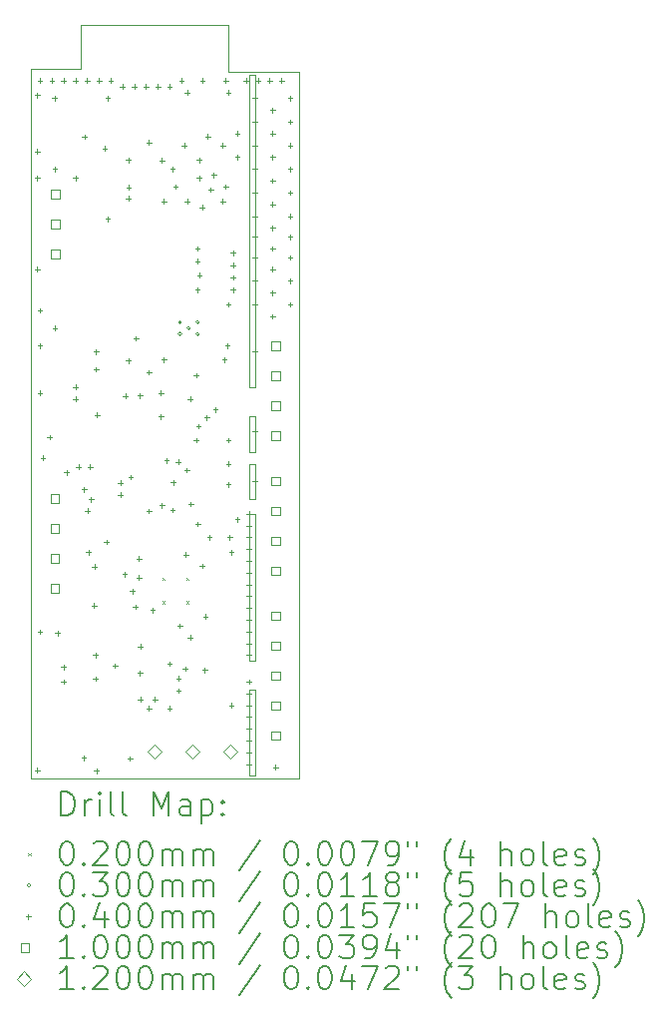
<source format=gbr>
%TF.GenerationSoftware,KiCad,Pcbnew,8.0.1*%
%TF.CreationDate,2024-07-16T16:14:49-04:00*%
%TF.ProjectId,Tiny4FSK,54696e79-3446-4534-9b2e-6b696361645f,rev?*%
%TF.SameCoordinates,Original*%
%TF.FileFunction,Drillmap*%
%TF.FilePolarity,Positive*%
%FSLAX45Y45*%
G04 Gerber Fmt 4.5, Leading zero omitted, Abs format (unit mm)*
G04 Created by KiCad (PCBNEW 8.0.1) date 2024-07-16 16:14:49*
%MOMM*%
%LPD*%
G01*
G04 APERTURE LIST*
%ADD10C,0.100000*%
%ADD11C,0.200000*%
%ADD12C,0.120000*%
G04 APERTURE END LIST*
D10*
X15875000Y-4825000D02*
X15925000Y-4825000D01*
X15925000Y-7475000D01*
X15875000Y-7475000D01*
X15875000Y-4825000D01*
X15875000Y-7725000D02*
X15925000Y-7725000D01*
X15925000Y-8025000D01*
X15875000Y-8025000D01*
X15875000Y-7725000D01*
X15875000Y-8125000D02*
X15925000Y-8125000D01*
X15925000Y-8425000D01*
X15875000Y-8425000D01*
X15875000Y-8125000D01*
X15875000Y-8550000D02*
X15925000Y-8550000D01*
X15925000Y-9800000D01*
X15875000Y-9800000D01*
X15875000Y-8550000D01*
X15874984Y-10042287D02*
X15924984Y-10042287D01*
X15924984Y-10767287D01*
X15874984Y-10767287D01*
X15874984Y-10042287D01*
X15700000Y-4800000D02*
X15900000Y-4800000D01*
X15975000Y-4800000D01*
X16300000Y-4800000D01*
X16299871Y-10792910D01*
X14026115Y-10792672D01*
X14025000Y-4775000D01*
X14450000Y-4775000D01*
X14450000Y-4400000D01*
X15700000Y-4400000D01*
X15700000Y-4800000D01*
D11*
D10*
X15140000Y-9090000D02*
X15160000Y-9110000D01*
X15160000Y-9090000D02*
X15140000Y-9110000D01*
X15140000Y-9290000D02*
X15160000Y-9310000D01*
X15160000Y-9290000D02*
X15140000Y-9310000D01*
X15340000Y-9090000D02*
X15360000Y-9110000D01*
X15360000Y-9090000D02*
X15340000Y-9110000D01*
X15340000Y-9290000D02*
X15360000Y-9310000D01*
X15360000Y-9290000D02*
X15340000Y-9310000D01*
X15303500Y-6925500D02*
G75*
G02*
X15273500Y-6925500I-15000J0D01*
G01*
X15273500Y-6925500D02*
G75*
G02*
X15303500Y-6925500I15000J0D01*
G01*
X15303500Y-7025500D02*
G75*
G02*
X15273500Y-7025500I-15000J0D01*
G01*
X15273500Y-7025500D02*
G75*
G02*
X15303500Y-7025500I15000J0D01*
G01*
X15378500Y-6975500D02*
G75*
G02*
X15348500Y-6975500I-15000J0D01*
G01*
X15348500Y-6975500D02*
G75*
G02*
X15378500Y-6975500I15000J0D01*
G01*
X15453500Y-6925500D02*
G75*
G02*
X15423500Y-6925500I-15000J0D01*
G01*
X15423500Y-6925500D02*
G75*
G02*
X15453500Y-6925500I15000J0D01*
G01*
X15453500Y-7025500D02*
G75*
G02*
X15423500Y-7025500I-15000J0D01*
G01*
X15423500Y-7025500D02*
G75*
G02*
X15453500Y-7025500I15000J0D01*
G01*
X14075000Y-4980000D02*
X14075000Y-5020000D01*
X14055000Y-5000000D02*
X14095000Y-5000000D01*
X14075000Y-5455000D02*
X14075000Y-5495000D01*
X14055000Y-5475000D02*
X14095000Y-5475000D01*
X14075000Y-5680000D02*
X14075000Y-5720000D01*
X14055000Y-5700000D02*
X14095000Y-5700000D01*
X14075000Y-6455000D02*
X14075000Y-6495000D01*
X14055000Y-6475000D02*
X14095000Y-6475000D01*
X14075000Y-10705000D02*
X14075000Y-10745000D01*
X14055000Y-10725000D02*
X14095000Y-10725000D01*
X14100000Y-4855000D02*
X14100000Y-4895000D01*
X14080000Y-4875000D02*
X14120000Y-4875000D01*
X14100000Y-6805000D02*
X14100000Y-6845000D01*
X14080000Y-6825000D02*
X14120000Y-6825000D01*
X14100000Y-7105000D02*
X14100000Y-7145000D01*
X14080000Y-7125000D02*
X14120000Y-7125000D01*
X14100000Y-7505000D02*
X14100000Y-7545000D01*
X14080000Y-7525000D02*
X14120000Y-7525000D01*
X14100000Y-9530000D02*
X14100000Y-9570000D01*
X14080000Y-9550000D02*
X14120000Y-9550000D01*
X14125000Y-8055000D02*
X14125000Y-8095000D01*
X14105000Y-8075000D02*
X14145000Y-8075000D01*
X14179849Y-7880110D02*
X14179849Y-7920110D01*
X14159849Y-7900110D02*
X14199849Y-7900110D01*
X14200000Y-4855000D02*
X14200000Y-4895000D01*
X14180000Y-4875000D02*
X14220000Y-4875000D01*
X14223735Y-5003735D02*
X14223735Y-5043735D01*
X14203735Y-5023735D02*
X14243735Y-5023735D01*
X14225000Y-5605000D02*
X14225000Y-5645000D01*
X14205000Y-5625000D02*
X14245000Y-5625000D01*
X14225000Y-6955000D02*
X14225000Y-6995000D01*
X14205000Y-6975000D02*
X14245000Y-6975000D01*
X14250000Y-9542500D02*
X14250000Y-9582500D01*
X14230000Y-9562500D02*
X14270000Y-9562500D01*
X14300000Y-4855000D02*
X14300000Y-4895000D01*
X14280000Y-4875000D02*
X14320000Y-4875000D01*
X14300000Y-9830000D02*
X14300000Y-9870000D01*
X14280000Y-9850000D02*
X14320000Y-9850000D01*
X14300000Y-9955000D02*
X14300000Y-9995000D01*
X14280000Y-9975000D02*
X14320000Y-9975000D01*
X14325000Y-8180000D02*
X14325000Y-8220000D01*
X14305000Y-8200000D02*
X14345000Y-8200000D01*
X14400000Y-4855000D02*
X14400000Y-4895000D01*
X14380000Y-4875000D02*
X14420000Y-4875000D01*
X14400000Y-5680000D02*
X14400000Y-5720000D01*
X14380000Y-5700000D02*
X14420000Y-5700000D01*
X14400000Y-7455000D02*
X14400000Y-7495000D01*
X14380000Y-7475000D02*
X14420000Y-7475000D01*
X14400000Y-7555000D02*
X14400000Y-7595000D01*
X14380000Y-7575000D02*
X14420000Y-7575000D01*
X14425000Y-8130000D02*
X14425000Y-8170000D01*
X14405000Y-8150000D02*
X14445000Y-8150000D01*
X14472518Y-10602118D02*
X14472518Y-10642118D01*
X14452518Y-10622118D02*
X14492518Y-10622118D01*
X14475000Y-8322500D02*
X14475000Y-8362500D01*
X14455000Y-8342500D02*
X14495000Y-8342500D01*
X14476742Y-5332700D02*
X14476742Y-5372700D01*
X14456742Y-5352700D02*
X14496742Y-5352700D01*
X14500000Y-4855000D02*
X14500000Y-4895000D01*
X14480000Y-4875000D02*
X14520000Y-4875000D01*
X14501265Y-8503735D02*
X14501265Y-8543735D01*
X14481265Y-8523735D02*
X14521265Y-8523735D01*
X14512500Y-8855000D02*
X14512500Y-8895000D01*
X14492500Y-8875000D02*
X14532500Y-8875000D01*
X14525000Y-8130000D02*
X14525000Y-8170000D01*
X14505000Y-8150000D02*
X14545000Y-8150000D01*
X14531948Y-8408558D02*
X14531948Y-8448558D01*
X14511948Y-8428558D02*
X14551948Y-8428558D01*
X14557500Y-9309617D02*
X14557500Y-9349617D01*
X14537500Y-9329617D02*
X14577500Y-9329617D01*
X14560315Y-8977785D02*
X14560315Y-9017785D01*
X14540315Y-8997785D02*
X14580315Y-8997785D01*
X14571250Y-9730000D02*
X14571250Y-9770000D01*
X14551250Y-9750000D02*
X14591250Y-9750000D01*
X14571250Y-9930000D02*
X14571250Y-9970000D01*
X14551250Y-9950000D02*
X14591250Y-9950000D01*
X14575000Y-7155000D02*
X14575000Y-7195000D01*
X14555000Y-7175000D02*
X14595000Y-7175000D01*
X14575000Y-7305000D02*
X14575000Y-7345000D01*
X14555000Y-7325000D02*
X14595000Y-7325000D01*
X14579488Y-10711988D02*
X14579488Y-10751988D01*
X14559488Y-10731988D02*
X14599488Y-10731988D01*
X14585000Y-7692500D02*
X14585000Y-7732500D01*
X14565000Y-7712500D02*
X14605000Y-7712500D01*
X14600000Y-4855000D02*
X14600000Y-4895000D01*
X14580000Y-4875000D02*
X14620000Y-4875000D01*
X14650000Y-5430000D02*
X14650000Y-5470000D01*
X14630000Y-5450000D02*
X14670000Y-5450000D01*
X14663765Y-8768765D02*
X14663765Y-8808765D01*
X14643765Y-8788765D02*
X14683765Y-8788765D01*
X14675000Y-5005000D02*
X14675000Y-5045000D01*
X14655000Y-5025000D02*
X14695000Y-5025000D01*
X14675000Y-6030000D02*
X14675000Y-6070000D01*
X14655000Y-6050000D02*
X14695000Y-6050000D01*
X14700000Y-4855000D02*
X14700000Y-4895000D01*
X14680000Y-4875000D02*
X14720000Y-4875000D01*
X14737267Y-9819797D02*
X14737267Y-9859797D01*
X14717267Y-9839797D02*
X14757267Y-9839797D01*
X14782079Y-8369715D02*
X14782079Y-8409715D01*
X14762079Y-8389715D02*
X14802079Y-8389715D01*
X14782234Y-8267480D02*
X14782234Y-8307480D01*
X14762234Y-8287480D02*
X14802234Y-8287480D01*
X14800000Y-4905000D02*
X14800000Y-4945000D01*
X14780000Y-4925000D02*
X14820000Y-4925000D01*
X14817617Y-9041435D02*
X14817617Y-9081435D01*
X14797617Y-9061435D02*
X14837617Y-9061435D01*
X14825000Y-7530000D02*
X14825000Y-7570000D01*
X14805000Y-7550000D02*
X14845000Y-7550000D01*
X14850000Y-5530000D02*
X14850000Y-5570000D01*
X14830000Y-5550000D02*
X14870000Y-5550000D01*
X14850000Y-5855000D02*
X14850000Y-5895000D01*
X14830000Y-5875000D02*
X14870000Y-5875000D01*
X14850000Y-7230000D02*
X14850000Y-7270000D01*
X14830000Y-7250000D02*
X14870000Y-7250000D01*
X14852500Y-5759991D02*
X14852500Y-5799991D01*
X14832500Y-5779991D02*
X14872500Y-5779991D01*
X14864602Y-10607357D02*
X14864602Y-10647357D01*
X14844602Y-10627357D02*
X14884602Y-10627357D01*
X14869647Y-8218910D02*
X14869647Y-8258910D01*
X14849647Y-8238910D02*
X14889647Y-8238910D01*
X14882893Y-9186358D02*
X14882893Y-9226358D01*
X14862893Y-9206358D02*
X14902893Y-9206358D01*
X14900000Y-4905000D02*
X14900000Y-4945000D01*
X14880000Y-4925000D02*
X14920000Y-4925000D01*
X14908739Y-9318849D02*
X14908739Y-9358849D01*
X14888739Y-9338849D02*
X14928739Y-9338849D01*
X14914500Y-7041750D02*
X14914500Y-7081750D01*
X14894500Y-7061750D02*
X14934500Y-7061750D01*
X14939358Y-8911534D02*
X14939358Y-8951534D01*
X14919358Y-8931534D02*
X14959358Y-8931534D01*
X14940573Y-9070573D02*
X14940573Y-9110573D01*
X14920573Y-9090573D02*
X14960573Y-9090573D01*
X14947150Y-7527500D02*
X14947150Y-7567500D01*
X14927150Y-7547500D02*
X14967150Y-7547500D01*
X14947918Y-9880449D02*
X14947918Y-9920449D01*
X14927918Y-9900449D02*
X14967918Y-9900449D01*
X14950000Y-9655000D02*
X14950000Y-9695000D01*
X14930000Y-9675000D02*
X14970000Y-9675000D01*
X14950000Y-10105000D02*
X14950000Y-10145000D01*
X14930000Y-10125000D02*
X14970000Y-10125000D01*
X15000000Y-4905000D02*
X15000000Y-4945000D01*
X14980000Y-4925000D02*
X15020000Y-4925000D01*
X15023315Y-8505815D02*
X15023315Y-8545815D01*
X15003315Y-8525815D02*
X15043315Y-8525815D01*
X15025000Y-5380000D02*
X15025000Y-5420000D01*
X15005000Y-5400000D02*
X15045000Y-5400000D01*
X15025000Y-7330000D02*
X15025000Y-7370000D01*
X15005000Y-7350000D02*
X15045000Y-7350000D01*
X15025000Y-10180000D02*
X15025000Y-10220000D01*
X15005000Y-10200000D02*
X15045000Y-10200000D01*
X15054989Y-9347949D02*
X15054989Y-9387949D01*
X15034989Y-9367949D02*
X15074989Y-9367949D01*
X15075000Y-10105000D02*
X15075000Y-10145000D01*
X15055000Y-10125000D02*
X15095000Y-10125000D01*
X15100000Y-4905000D02*
X15100000Y-4945000D01*
X15080000Y-4925000D02*
X15120000Y-4925000D01*
X15125000Y-7505000D02*
X15125000Y-7545000D01*
X15105000Y-7525000D02*
X15145000Y-7525000D01*
X15125000Y-7705000D02*
X15125000Y-7745000D01*
X15105000Y-7725000D02*
X15145000Y-7725000D01*
X15133844Y-8459577D02*
X15133844Y-8499577D01*
X15113844Y-8479577D02*
X15153844Y-8479577D01*
X15135557Y-5532500D02*
X15135557Y-5572500D01*
X15115557Y-5552500D02*
X15155557Y-5552500D01*
X15150000Y-5880000D02*
X15150000Y-5920000D01*
X15130000Y-5900000D02*
X15170000Y-5900000D01*
X15150612Y-7222652D02*
X15150612Y-7262652D01*
X15130612Y-7242652D02*
X15170612Y-7242652D01*
X15175000Y-8077500D02*
X15175000Y-8117500D01*
X15155000Y-8097500D02*
X15195000Y-8097500D01*
X15200000Y-4905000D02*
X15200000Y-4945000D01*
X15180000Y-4925000D02*
X15220000Y-4925000D01*
X15200000Y-10180000D02*
X15200000Y-10220000D01*
X15180000Y-10200000D02*
X15220000Y-10200000D01*
X15200035Y-9802500D02*
X15200035Y-9842500D01*
X15180035Y-9822500D02*
X15220035Y-9822500D01*
X15225000Y-5605000D02*
X15225000Y-5645000D01*
X15205000Y-5625000D02*
X15245000Y-5625000D01*
X15225700Y-8499104D02*
X15225700Y-8539104D01*
X15205700Y-8519104D02*
X15245700Y-8519104D01*
X15229975Y-8262475D02*
X15229975Y-8302475D01*
X15209975Y-8282475D02*
X15249975Y-8282475D01*
X15250000Y-5755000D02*
X15250000Y-5795000D01*
X15230000Y-5775000D02*
X15270000Y-5775000D01*
X15274330Y-8089059D02*
X15274330Y-8129059D01*
X15254330Y-8109059D02*
X15294330Y-8109059D01*
X15275000Y-9927500D02*
X15275000Y-9967500D01*
X15255000Y-9947500D02*
X15295000Y-9947500D01*
X15275000Y-10030000D02*
X15275000Y-10070000D01*
X15255000Y-10050000D02*
X15295000Y-10050000D01*
X15285507Y-9479840D02*
X15285507Y-9519840D01*
X15265507Y-9499840D02*
X15305507Y-9499840D01*
X15300000Y-4855000D02*
X15300000Y-4895000D01*
X15280000Y-4875000D02*
X15320000Y-4875000D01*
X15325000Y-5405000D02*
X15325000Y-5445000D01*
X15305000Y-5425000D02*
X15345000Y-5425000D01*
X15331773Y-9845179D02*
X15331773Y-9885179D01*
X15311773Y-9865179D02*
X15351773Y-9865179D01*
X15339000Y-8877811D02*
X15339000Y-8917811D01*
X15319000Y-8897811D02*
X15359000Y-8897811D01*
X15344958Y-8159852D02*
X15344958Y-8199852D01*
X15324958Y-8179852D02*
X15364958Y-8179852D01*
X15350000Y-4955000D02*
X15350000Y-4995000D01*
X15330000Y-4975000D02*
X15370000Y-4975000D01*
X15350000Y-5880000D02*
X15350000Y-5920000D01*
X15330000Y-5900000D02*
X15370000Y-5900000D01*
X15375000Y-7555000D02*
X15375000Y-7595000D01*
X15355000Y-7575000D02*
X15395000Y-7575000D01*
X15375000Y-9580000D02*
X15375000Y-9620000D01*
X15355000Y-9600000D02*
X15395000Y-9600000D01*
X15379896Y-8448238D02*
X15379896Y-8488238D01*
X15359896Y-8468238D02*
X15399896Y-8468238D01*
X15425000Y-7355000D02*
X15425000Y-7395000D01*
X15405000Y-7375000D02*
X15445000Y-7375000D01*
X15425000Y-7905000D02*
X15425000Y-7945000D01*
X15405000Y-7925000D02*
X15445000Y-7925000D01*
X15435750Y-6280000D02*
X15435750Y-6320000D01*
X15415750Y-6300000D02*
X15455750Y-6300000D01*
X15435750Y-6630500D02*
X15435750Y-6670500D01*
X15415750Y-6650500D02*
X15455750Y-6650500D01*
X15437760Y-6386911D02*
X15437760Y-6426911D01*
X15417760Y-6406911D02*
X15457760Y-6406911D01*
X15438282Y-8615751D02*
X15438282Y-8655751D01*
X15418282Y-8635751D02*
X15458282Y-8635751D01*
X15445916Y-7787976D02*
X15445916Y-7827976D01*
X15425916Y-7807976D02*
X15465916Y-7807976D01*
X15450000Y-5530000D02*
X15450000Y-5570000D01*
X15430000Y-5550000D02*
X15470000Y-5550000D01*
X15450000Y-5680000D02*
X15450000Y-5720000D01*
X15430000Y-5700000D02*
X15470000Y-5700000D01*
X15453250Y-6505500D02*
X15453250Y-6545500D01*
X15433250Y-6525500D02*
X15473250Y-6525500D01*
X15475000Y-5930000D02*
X15475000Y-5970000D01*
X15455000Y-5950000D02*
X15495000Y-5950000D01*
X15477774Y-8972811D02*
X15477774Y-9012811D01*
X15457774Y-8992811D02*
X15497774Y-8992811D01*
X15479500Y-4855000D02*
X15479500Y-4895000D01*
X15459500Y-4875000D02*
X15499500Y-4875000D01*
X15500000Y-9855000D02*
X15500000Y-9895000D01*
X15480000Y-9875000D02*
X15520000Y-9875000D01*
X15505226Y-9402304D02*
X15505226Y-9442304D01*
X15485226Y-9422304D02*
X15525226Y-9422304D01*
X15514130Y-7714853D02*
X15514130Y-7754853D01*
X15494130Y-7734853D02*
X15534130Y-7734853D01*
X15525000Y-5330000D02*
X15525000Y-5370000D01*
X15505000Y-5350000D02*
X15545000Y-5350000D01*
X15538618Y-8729257D02*
X15538618Y-8769257D01*
X15518618Y-8749257D02*
X15558618Y-8749257D01*
X15550000Y-5780000D02*
X15550000Y-5820000D01*
X15530000Y-5800000D02*
X15570000Y-5800000D01*
X15575000Y-5655000D02*
X15575000Y-5695000D01*
X15555000Y-5675000D02*
X15595000Y-5675000D01*
X15589364Y-7644364D02*
X15589364Y-7684364D01*
X15569364Y-7664364D02*
X15609364Y-7664364D01*
X15650000Y-5405000D02*
X15650000Y-5445000D01*
X15630000Y-5425000D02*
X15670000Y-5425000D01*
X15650000Y-5880000D02*
X15650000Y-5920000D01*
X15630000Y-5900000D02*
X15670000Y-5900000D01*
X15664050Y-7223610D02*
X15664050Y-7263610D01*
X15644050Y-7243610D02*
X15684050Y-7243610D01*
X15675000Y-4855000D02*
X15675000Y-4895000D01*
X15655000Y-4875000D02*
X15695000Y-4875000D01*
X15675000Y-5755000D02*
X15675000Y-5795000D01*
X15655000Y-5775000D02*
X15695000Y-5775000D01*
X15689500Y-7105000D02*
X15689500Y-7145000D01*
X15669500Y-7125000D02*
X15709500Y-7125000D01*
X15700000Y-4955000D02*
X15700000Y-4995000D01*
X15680000Y-4975000D02*
X15720000Y-4975000D01*
X15700000Y-6755000D02*
X15700000Y-6795000D01*
X15680000Y-6775000D02*
X15720000Y-6775000D01*
X15700000Y-7905000D02*
X15700000Y-7945000D01*
X15680000Y-7925000D02*
X15720000Y-7925000D01*
X15700000Y-8105000D02*
X15700000Y-8145000D01*
X15680000Y-8125000D02*
X15720000Y-8125000D01*
X15700000Y-8280000D02*
X15700000Y-8320000D01*
X15680000Y-8300000D02*
X15720000Y-8300000D01*
X15711250Y-8730000D02*
X15711250Y-8770000D01*
X15691250Y-8750000D02*
X15731250Y-8750000D01*
X15725000Y-8855000D02*
X15725000Y-8895000D01*
X15705000Y-8875000D02*
X15745000Y-8875000D01*
X15725000Y-10155000D02*
X15725000Y-10195000D01*
X15705000Y-10175000D02*
X15745000Y-10175000D01*
X15739849Y-6316315D02*
X15739849Y-6356315D01*
X15719849Y-6336315D02*
X15759849Y-6336315D01*
X15739849Y-6420876D02*
X15739849Y-6460876D01*
X15719849Y-6440876D02*
X15759849Y-6440876D01*
X15739849Y-6525438D02*
X15739849Y-6565438D01*
X15719849Y-6545438D02*
X15759849Y-6545438D01*
X15739849Y-6630000D02*
X15739849Y-6670000D01*
X15719849Y-6650000D02*
X15759849Y-6650000D01*
X15775000Y-5305000D02*
X15775000Y-5345000D01*
X15755000Y-5325000D02*
X15795000Y-5325000D01*
X15775000Y-5505000D02*
X15775000Y-5545000D01*
X15755000Y-5525000D02*
X15795000Y-5525000D01*
X15775015Y-8577485D02*
X15775015Y-8617485D01*
X15755015Y-8597485D02*
X15795015Y-8597485D01*
X15850000Y-4855000D02*
X15850000Y-4895000D01*
X15830000Y-4875000D02*
X15870000Y-4875000D01*
X15875000Y-8530000D02*
X15875000Y-8570000D01*
X15855000Y-8550000D02*
X15895000Y-8550000D01*
X15875000Y-8630000D02*
X15875000Y-8670000D01*
X15855000Y-8650000D02*
X15895000Y-8650000D01*
X15875000Y-8730000D02*
X15875000Y-8770000D01*
X15855000Y-8750000D02*
X15895000Y-8750000D01*
X15875000Y-8830000D02*
X15875000Y-8870000D01*
X15855000Y-8850000D02*
X15895000Y-8850000D01*
X15875000Y-8930000D02*
X15875000Y-8970000D01*
X15855000Y-8950000D02*
X15895000Y-8950000D01*
X15875000Y-9030000D02*
X15875000Y-9070000D01*
X15855000Y-9050000D02*
X15895000Y-9050000D01*
X15875000Y-9130000D02*
X15875000Y-9170000D01*
X15855000Y-9150000D02*
X15895000Y-9150000D01*
X15875000Y-9230000D02*
X15875000Y-9270000D01*
X15855000Y-9250000D02*
X15895000Y-9250000D01*
X15875000Y-9330000D02*
X15875000Y-9370000D01*
X15855000Y-9350000D02*
X15895000Y-9350000D01*
X15875000Y-9430000D02*
X15875000Y-9470000D01*
X15855000Y-9450000D02*
X15895000Y-9450000D01*
X15875000Y-9530000D02*
X15875000Y-9570000D01*
X15855000Y-9550000D02*
X15895000Y-9550000D01*
X15875000Y-9630000D02*
X15875000Y-9670000D01*
X15855000Y-9650000D02*
X15895000Y-9650000D01*
X15875000Y-9730000D02*
X15875000Y-9770000D01*
X15855000Y-9750000D02*
X15895000Y-9750000D01*
X15875000Y-9955000D02*
X15875000Y-9995000D01*
X15855000Y-9975000D02*
X15895000Y-9975000D01*
X15875000Y-10055000D02*
X15875000Y-10095000D01*
X15855000Y-10075000D02*
X15895000Y-10075000D01*
X15875000Y-10155000D02*
X15875000Y-10195000D01*
X15855000Y-10175000D02*
X15895000Y-10175000D01*
X15875000Y-10255000D02*
X15875000Y-10295000D01*
X15855000Y-10275000D02*
X15895000Y-10275000D01*
X15875000Y-10355000D02*
X15875000Y-10395000D01*
X15855000Y-10375000D02*
X15895000Y-10375000D01*
X15875000Y-10455000D02*
X15875000Y-10495000D01*
X15855000Y-10475000D02*
X15895000Y-10475000D01*
X15875000Y-10555000D02*
X15875000Y-10595000D01*
X15855000Y-10575000D02*
X15895000Y-10575000D01*
X15875000Y-10655000D02*
X15875000Y-10695000D01*
X15855000Y-10675000D02*
X15895000Y-10675000D01*
X15925000Y-5005000D02*
X15925000Y-5045000D01*
X15905000Y-5025000D02*
X15945000Y-5025000D01*
X15925000Y-5205000D02*
X15925000Y-5245000D01*
X15905000Y-5225000D02*
X15945000Y-5225000D01*
X15925000Y-5405000D02*
X15925000Y-5445000D01*
X15905000Y-5425000D02*
X15945000Y-5425000D01*
X15925000Y-5605000D02*
X15925000Y-5645000D01*
X15905000Y-5625000D02*
X15945000Y-5625000D01*
X15925000Y-5805000D02*
X15925000Y-5845000D01*
X15905000Y-5825000D02*
X15945000Y-5825000D01*
X15925000Y-6005000D02*
X15925000Y-6045000D01*
X15905000Y-6025000D02*
X15945000Y-6025000D01*
X15925000Y-6180000D02*
X15925000Y-6220000D01*
X15905000Y-6200000D02*
X15945000Y-6200000D01*
X15925000Y-6355000D02*
X15925000Y-6395000D01*
X15905000Y-6375000D02*
X15945000Y-6375000D01*
X15925000Y-6555000D02*
X15925000Y-6595000D01*
X15905000Y-6575000D02*
X15945000Y-6575000D01*
X15925000Y-6755000D02*
X15925000Y-6795000D01*
X15905000Y-6775000D02*
X15945000Y-6775000D01*
X15925000Y-7155000D02*
X15925000Y-7195000D01*
X15905000Y-7175000D02*
X15945000Y-7175000D01*
X15925000Y-7830000D02*
X15925000Y-7870000D01*
X15905000Y-7850000D02*
X15945000Y-7850000D01*
X15925000Y-8255000D02*
X15925000Y-8295000D01*
X15905000Y-8275000D02*
X15945000Y-8275000D01*
X15950000Y-4855000D02*
X15950000Y-4895000D01*
X15930000Y-4875000D02*
X15970000Y-4875000D01*
X16050000Y-4855000D02*
X16050000Y-4895000D01*
X16030000Y-4875000D02*
X16070000Y-4875000D01*
X16075000Y-5105000D02*
X16075000Y-5145000D01*
X16055000Y-5125000D02*
X16095000Y-5125000D01*
X16075000Y-5305000D02*
X16075000Y-5345000D01*
X16055000Y-5325000D02*
X16095000Y-5325000D01*
X16075000Y-5505000D02*
X16075000Y-5545000D01*
X16055000Y-5525000D02*
X16095000Y-5525000D01*
X16075000Y-5705000D02*
X16075000Y-5745000D01*
X16055000Y-5725000D02*
X16095000Y-5725000D01*
X16075000Y-5905000D02*
X16075000Y-5945000D01*
X16055000Y-5925000D02*
X16095000Y-5925000D01*
X16075000Y-6105000D02*
X16075000Y-6145000D01*
X16055000Y-6125000D02*
X16095000Y-6125000D01*
X16075000Y-6280000D02*
X16075000Y-6320000D01*
X16055000Y-6300000D02*
X16095000Y-6300000D01*
X16075000Y-6455000D02*
X16075000Y-6495000D01*
X16055000Y-6475000D02*
X16095000Y-6475000D01*
X16075000Y-6655000D02*
X16075000Y-6695000D01*
X16055000Y-6675000D02*
X16095000Y-6675000D01*
X16075000Y-6855000D02*
X16075000Y-6895000D01*
X16055000Y-6875000D02*
X16095000Y-6875000D01*
X16100000Y-10680000D02*
X16100000Y-10720000D01*
X16080000Y-10700000D02*
X16120000Y-10700000D01*
X16150000Y-4855000D02*
X16150000Y-4895000D01*
X16130000Y-4875000D02*
X16170000Y-4875000D01*
X16225000Y-5005000D02*
X16225000Y-5045000D01*
X16205000Y-5025000D02*
X16245000Y-5025000D01*
X16225000Y-5205000D02*
X16225000Y-5245000D01*
X16205000Y-5225000D02*
X16245000Y-5225000D01*
X16225000Y-5405000D02*
X16225000Y-5445000D01*
X16205000Y-5425000D02*
X16245000Y-5425000D01*
X16225000Y-5605000D02*
X16225000Y-5645000D01*
X16205000Y-5625000D02*
X16245000Y-5625000D01*
X16225000Y-5805000D02*
X16225000Y-5845000D01*
X16205000Y-5825000D02*
X16245000Y-5825000D01*
X16225000Y-6005000D02*
X16225000Y-6045000D01*
X16205000Y-6025000D02*
X16245000Y-6025000D01*
X16225000Y-6180000D02*
X16225000Y-6220000D01*
X16205000Y-6200000D02*
X16245000Y-6200000D01*
X16225000Y-6355000D02*
X16225000Y-6395000D01*
X16205000Y-6375000D02*
X16245000Y-6375000D01*
X16225000Y-6555000D02*
X16225000Y-6595000D01*
X16205000Y-6575000D02*
X16245000Y-6575000D01*
X16225000Y-6755000D02*
X16225000Y-6795000D01*
X16205000Y-6775000D02*
X16245000Y-6775000D01*
X14260356Y-8456356D02*
X14260356Y-8385644D01*
X14189644Y-8385644D01*
X14189644Y-8456356D01*
X14260356Y-8456356D01*
X14260356Y-8710356D02*
X14260356Y-8639644D01*
X14189644Y-8639644D01*
X14189644Y-8710356D01*
X14260356Y-8710356D01*
X14260356Y-8964356D02*
X14260356Y-8893644D01*
X14189644Y-8893644D01*
X14189644Y-8964356D01*
X14260356Y-8964356D01*
X14260356Y-9218356D02*
X14260356Y-9147644D01*
X14189644Y-9147644D01*
X14189644Y-9218356D01*
X14260356Y-9218356D01*
X14264799Y-5872571D02*
X14264799Y-5801860D01*
X14194087Y-5801860D01*
X14194087Y-5872571D01*
X14264799Y-5872571D01*
X14264799Y-6126571D02*
X14264799Y-6055860D01*
X14194087Y-6055860D01*
X14194087Y-6126571D01*
X14264799Y-6126571D01*
X14264799Y-6380571D02*
X14264799Y-6309860D01*
X14194087Y-6309860D01*
X14194087Y-6380571D01*
X14264799Y-6380571D01*
X16135356Y-7160356D02*
X16135356Y-7089644D01*
X16064644Y-7089644D01*
X16064644Y-7160356D01*
X16135356Y-7160356D01*
X16135356Y-7414356D02*
X16135356Y-7343644D01*
X16064644Y-7343644D01*
X16064644Y-7414356D01*
X16135356Y-7414356D01*
X16135356Y-7668356D02*
X16135356Y-7597644D01*
X16064644Y-7597644D01*
X16064644Y-7668356D01*
X16135356Y-7668356D01*
X16135356Y-7922356D02*
X16135356Y-7851644D01*
X16064644Y-7851644D01*
X16064644Y-7922356D01*
X16135356Y-7922356D01*
X16135356Y-8305356D02*
X16135356Y-8234644D01*
X16064644Y-8234644D01*
X16064644Y-8305356D01*
X16135356Y-8305356D01*
X16135356Y-8559356D02*
X16135356Y-8488644D01*
X16064644Y-8488644D01*
X16064644Y-8559356D01*
X16135356Y-8559356D01*
X16135356Y-8813356D02*
X16135356Y-8742644D01*
X16064644Y-8742644D01*
X16064644Y-8813356D01*
X16135356Y-8813356D01*
X16135356Y-9067356D02*
X16135356Y-8996644D01*
X16064644Y-8996644D01*
X16064644Y-9067356D01*
X16135356Y-9067356D01*
X16135356Y-9452856D02*
X16135356Y-9382144D01*
X16064644Y-9382144D01*
X16064644Y-9452856D01*
X16135356Y-9452856D01*
X16135356Y-9706856D02*
X16135356Y-9636144D01*
X16064644Y-9636144D01*
X16064644Y-9706856D01*
X16135356Y-9706856D01*
X16135356Y-9960856D02*
X16135356Y-9890144D01*
X16064644Y-9890144D01*
X16064644Y-9960856D01*
X16135356Y-9960856D01*
X16135356Y-10214856D02*
X16135356Y-10144144D01*
X16064644Y-10144144D01*
X16064644Y-10214856D01*
X16135356Y-10214856D01*
X16135356Y-10468856D02*
X16135356Y-10398144D01*
X16064644Y-10398144D01*
X16064644Y-10468856D01*
X16135356Y-10468856D01*
D12*
X15069602Y-10626579D02*
X15129602Y-10566579D01*
X15069602Y-10506579D01*
X15009602Y-10566579D01*
X15069602Y-10626579D01*
X15391102Y-10626579D02*
X15451102Y-10566579D01*
X15391102Y-10506579D01*
X15331102Y-10566579D01*
X15391102Y-10626579D01*
X15712602Y-10626579D02*
X15772602Y-10566579D01*
X15712602Y-10506579D01*
X15652602Y-10566579D01*
X15712602Y-10626579D01*
D11*
X14280777Y-11109394D02*
X14280777Y-10909394D01*
X14280777Y-10909394D02*
X14328396Y-10909394D01*
X14328396Y-10909394D02*
X14356967Y-10918918D01*
X14356967Y-10918918D02*
X14376015Y-10937966D01*
X14376015Y-10937966D02*
X14385539Y-10957013D01*
X14385539Y-10957013D02*
X14395062Y-10995108D01*
X14395062Y-10995108D02*
X14395062Y-11023680D01*
X14395062Y-11023680D02*
X14385539Y-11061775D01*
X14385539Y-11061775D02*
X14376015Y-11080823D01*
X14376015Y-11080823D02*
X14356967Y-11099870D01*
X14356967Y-11099870D02*
X14328396Y-11109394D01*
X14328396Y-11109394D02*
X14280777Y-11109394D01*
X14480777Y-11109394D02*
X14480777Y-10976061D01*
X14480777Y-11014156D02*
X14490301Y-10995108D01*
X14490301Y-10995108D02*
X14499824Y-10985585D01*
X14499824Y-10985585D02*
X14518872Y-10976061D01*
X14518872Y-10976061D02*
X14537920Y-10976061D01*
X14604586Y-11109394D02*
X14604586Y-10976061D01*
X14604586Y-10909394D02*
X14595062Y-10918918D01*
X14595062Y-10918918D02*
X14604586Y-10928442D01*
X14604586Y-10928442D02*
X14614110Y-10918918D01*
X14614110Y-10918918D02*
X14604586Y-10909394D01*
X14604586Y-10909394D02*
X14604586Y-10928442D01*
X14728396Y-11109394D02*
X14709348Y-11099870D01*
X14709348Y-11099870D02*
X14699824Y-11080823D01*
X14699824Y-11080823D02*
X14699824Y-10909394D01*
X14833158Y-11109394D02*
X14814110Y-11099870D01*
X14814110Y-11099870D02*
X14804586Y-11080823D01*
X14804586Y-11080823D02*
X14804586Y-10909394D01*
X15061729Y-11109394D02*
X15061729Y-10909394D01*
X15061729Y-10909394D02*
X15128396Y-11052251D01*
X15128396Y-11052251D02*
X15195062Y-10909394D01*
X15195062Y-10909394D02*
X15195062Y-11109394D01*
X15376015Y-11109394D02*
X15376015Y-11004632D01*
X15376015Y-11004632D02*
X15366491Y-10985585D01*
X15366491Y-10985585D02*
X15347443Y-10976061D01*
X15347443Y-10976061D02*
X15309348Y-10976061D01*
X15309348Y-10976061D02*
X15290301Y-10985585D01*
X15376015Y-11099870D02*
X15356967Y-11109394D01*
X15356967Y-11109394D02*
X15309348Y-11109394D01*
X15309348Y-11109394D02*
X15290301Y-11099870D01*
X15290301Y-11099870D02*
X15280777Y-11080823D01*
X15280777Y-11080823D02*
X15280777Y-11061775D01*
X15280777Y-11061775D02*
X15290301Y-11042728D01*
X15290301Y-11042728D02*
X15309348Y-11033204D01*
X15309348Y-11033204D02*
X15356967Y-11033204D01*
X15356967Y-11033204D02*
X15376015Y-11023680D01*
X15471253Y-10976061D02*
X15471253Y-11176061D01*
X15471253Y-10985585D02*
X15490301Y-10976061D01*
X15490301Y-10976061D02*
X15528396Y-10976061D01*
X15528396Y-10976061D02*
X15547443Y-10985585D01*
X15547443Y-10985585D02*
X15556967Y-10995108D01*
X15556967Y-10995108D02*
X15566491Y-11014156D01*
X15566491Y-11014156D02*
X15566491Y-11071299D01*
X15566491Y-11071299D02*
X15556967Y-11090347D01*
X15556967Y-11090347D02*
X15547443Y-11099870D01*
X15547443Y-11099870D02*
X15528396Y-11109394D01*
X15528396Y-11109394D02*
X15490301Y-11109394D01*
X15490301Y-11109394D02*
X15471253Y-11099870D01*
X15652205Y-11090347D02*
X15661729Y-11099870D01*
X15661729Y-11099870D02*
X15652205Y-11109394D01*
X15652205Y-11109394D02*
X15642682Y-11099870D01*
X15642682Y-11099870D02*
X15652205Y-11090347D01*
X15652205Y-11090347D02*
X15652205Y-11109394D01*
X15652205Y-10985585D02*
X15661729Y-10995108D01*
X15661729Y-10995108D02*
X15652205Y-11004632D01*
X15652205Y-11004632D02*
X15642682Y-10995108D01*
X15642682Y-10995108D02*
X15652205Y-10985585D01*
X15652205Y-10985585D02*
X15652205Y-11004632D01*
D10*
X14000000Y-11427910D02*
X14020000Y-11447910D01*
X14020000Y-11427910D02*
X14000000Y-11447910D01*
D11*
X14318872Y-11329394D02*
X14337920Y-11329394D01*
X14337920Y-11329394D02*
X14356967Y-11338918D01*
X14356967Y-11338918D02*
X14366491Y-11348442D01*
X14366491Y-11348442D02*
X14376015Y-11367489D01*
X14376015Y-11367489D02*
X14385539Y-11405585D01*
X14385539Y-11405585D02*
X14385539Y-11453204D01*
X14385539Y-11453204D02*
X14376015Y-11491299D01*
X14376015Y-11491299D02*
X14366491Y-11510346D01*
X14366491Y-11510346D02*
X14356967Y-11519870D01*
X14356967Y-11519870D02*
X14337920Y-11529394D01*
X14337920Y-11529394D02*
X14318872Y-11529394D01*
X14318872Y-11529394D02*
X14299824Y-11519870D01*
X14299824Y-11519870D02*
X14290301Y-11510346D01*
X14290301Y-11510346D02*
X14280777Y-11491299D01*
X14280777Y-11491299D02*
X14271253Y-11453204D01*
X14271253Y-11453204D02*
X14271253Y-11405585D01*
X14271253Y-11405585D02*
X14280777Y-11367489D01*
X14280777Y-11367489D02*
X14290301Y-11348442D01*
X14290301Y-11348442D02*
X14299824Y-11338918D01*
X14299824Y-11338918D02*
X14318872Y-11329394D01*
X14471253Y-11510346D02*
X14480777Y-11519870D01*
X14480777Y-11519870D02*
X14471253Y-11529394D01*
X14471253Y-11529394D02*
X14461729Y-11519870D01*
X14461729Y-11519870D02*
X14471253Y-11510346D01*
X14471253Y-11510346D02*
X14471253Y-11529394D01*
X14556967Y-11348442D02*
X14566491Y-11338918D01*
X14566491Y-11338918D02*
X14585539Y-11329394D01*
X14585539Y-11329394D02*
X14633158Y-11329394D01*
X14633158Y-11329394D02*
X14652205Y-11338918D01*
X14652205Y-11338918D02*
X14661729Y-11348442D01*
X14661729Y-11348442D02*
X14671253Y-11367489D01*
X14671253Y-11367489D02*
X14671253Y-11386537D01*
X14671253Y-11386537D02*
X14661729Y-11415108D01*
X14661729Y-11415108D02*
X14547443Y-11529394D01*
X14547443Y-11529394D02*
X14671253Y-11529394D01*
X14795062Y-11329394D02*
X14814110Y-11329394D01*
X14814110Y-11329394D02*
X14833158Y-11338918D01*
X14833158Y-11338918D02*
X14842682Y-11348442D01*
X14842682Y-11348442D02*
X14852205Y-11367489D01*
X14852205Y-11367489D02*
X14861729Y-11405585D01*
X14861729Y-11405585D02*
X14861729Y-11453204D01*
X14861729Y-11453204D02*
X14852205Y-11491299D01*
X14852205Y-11491299D02*
X14842682Y-11510346D01*
X14842682Y-11510346D02*
X14833158Y-11519870D01*
X14833158Y-11519870D02*
X14814110Y-11529394D01*
X14814110Y-11529394D02*
X14795062Y-11529394D01*
X14795062Y-11529394D02*
X14776015Y-11519870D01*
X14776015Y-11519870D02*
X14766491Y-11510346D01*
X14766491Y-11510346D02*
X14756967Y-11491299D01*
X14756967Y-11491299D02*
X14747443Y-11453204D01*
X14747443Y-11453204D02*
X14747443Y-11405585D01*
X14747443Y-11405585D02*
X14756967Y-11367489D01*
X14756967Y-11367489D02*
X14766491Y-11348442D01*
X14766491Y-11348442D02*
X14776015Y-11338918D01*
X14776015Y-11338918D02*
X14795062Y-11329394D01*
X14985539Y-11329394D02*
X15004586Y-11329394D01*
X15004586Y-11329394D02*
X15023634Y-11338918D01*
X15023634Y-11338918D02*
X15033158Y-11348442D01*
X15033158Y-11348442D02*
X15042682Y-11367489D01*
X15042682Y-11367489D02*
X15052205Y-11405585D01*
X15052205Y-11405585D02*
X15052205Y-11453204D01*
X15052205Y-11453204D02*
X15042682Y-11491299D01*
X15042682Y-11491299D02*
X15033158Y-11510346D01*
X15033158Y-11510346D02*
X15023634Y-11519870D01*
X15023634Y-11519870D02*
X15004586Y-11529394D01*
X15004586Y-11529394D02*
X14985539Y-11529394D01*
X14985539Y-11529394D02*
X14966491Y-11519870D01*
X14966491Y-11519870D02*
X14956967Y-11510346D01*
X14956967Y-11510346D02*
X14947443Y-11491299D01*
X14947443Y-11491299D02*
X14937920Y-11453204D01*
X14937920Y-11453204D02*
X14937920Y-11405585D01*
X14937920Y-11405585D02*
X14947443Y-11367489D01*
X14947443Y-11367489D02*
X14956967Y-11348442D01*
X14956967Y-11348442D02*
X14966491Y-11338918D01*
X14966491Y-11338918D02*
X14985539Y-11329394D01*
X15137920Y-11529394D02*
X15137920Y-11396061D01*
X15137920Y-11415108D02*
X15147443Y-11405585D01*
X15147443Y-11405585D02*
X15166491Y-11396061D01*
X15166491Y-11396061D02*
X15195063Y-11396061D01*
X15195063Y-11396061D02*
X15214110Y-11405585D01*
X15214110Y-11405585D02*
X15223634Y-11424632D01*
X15223634Y-11424632D02*
X15223634Y-11529394D01*
X15223634Y-11424632D02*
X15233158Y-11405585D01*
X15233158Y-11405585D02*
X15252205Y-11396061D01*
X15252205Y-11396061D02*
X15280777Y-11396061D01*
X15280777Y-11396061D02*
X15299824Y-11405585D01*
X15299824Y-11405585D02*
X15309348Y-11424632D01*
X15309348Y-11424632D02*
X15309348Y-11529394D01*
X15404586Y-11529394D02*
X15404586Y-11396061D01*
X15404586Y-11415108D02*
X15414110Y-11405585D01*
X15414110Y-11405585D02*
X15433158Y-11396061D01*
X15433158Y-11396061D02*
X15461729Y-11396061D01*
X15461729Y-11396061D02*
X15480777Y-11405585D01*
X15480777Y-11405585D02*
X15490301Y-11424632D01*
X15490301Y-11424632D02*
X15490301Y-11529394D01*
X15490301Y-11424632D02*
X15499824Y-11405585D01*
X15499824Y-11405585D02*
X15518872Y-11396061D01*
X15518872Y-11396061D02*
X15547443Y-11396061D01*
X15547443Y-11396061D02*
X15566491Y-11405585D01*
X15566491Y-11405585D02*
X15576015Y-11424632D01*
X15576015Y-11424632D02*
X15576015Y-11529394D01*
X15966491Y-11319870D02*
X15795063Y-11577013D01*
X16223634Y-11329394D02*
X16242682Y-11329394D01*
X16242682Y-11329394D02*
X16261729Y-11338918D01*
X16261729Y-11338918D02*
X16271253Y-11348442D01*
X16271253Y-11348442D02*
X16280777Y-11367489D01*
X16280777Y-11367489D02*
X16290301Y-11405585D01*
X16290301Y-11405585D02*
X16290301Y-11453204D01*
X16290301Y-11453204D02*
X16280777Y-11491299D01*
X16280777Y-11491299D02*
X16271253Y-11510346D01*
X16271253Y-11510346D02*
X16261729Y-11519870D01*
X16261729Y-11519870D02*
X16242682Y-11529394D01*
X16242682Y-11529394D02*
X16223634Y-11529394D01*
X16223634Y-11529394D02*
X16204586Y-11519870D01*
X16204586Y-11519870D02*
X16195063Y-11510346D01*
X16195063Y-11510346D02*
X16185539Y-11491299D01*
X16185539Y-11491299D02*
X16176015Y-11453204D01*
X16176015Y-11453204D02*
X16176015Y-11405585D01*
X16176015Y-11405585D02*
X16185539Y-11367489D01*
X16185539Y-11367489D02*
X16195063Y-11348442D01*
X16195063Y-11348442D02*
X16204586Y-11338918D01*
X16204586Y-11338918D02*
X16223634Y-11329394D01*
X16376015Y-11510346D02*
X16385539Y-11519870D01*
X16385539Y-11519870D02*
X16376015Y-11529394D01*
X16376015Y-11529394D02*
X16366491Y-11519870D01*
X16366491Y-11519870D02*
X16376015Y-11510346D01*
X16376015Y-11510346D02*
X16376015Y-11529394D01*
X16509348Y-11329394D02*
X16528396Y-11329394D01*
X16528396Y-11329394D02*
X16547444Y-11338918D01*
X16547444Y-11338918D02*
X16556967Y-11348442D01*
X16556967Y-11348442D02*
X16566491Y-11367489D01*
X16566491Y-11367489D02*
X16576015Y-11405585D01*
X16576015Y-11405585D02*
X16576015Y-11453204D01*
X16576015Y-11453204D02*
X16566491Y-11491299D01*
X16566491Y-11491299D02*
X16556967Y-11510346D01*
X16556967Y-11510346D02*
X16547444Y-11519870D01*
X16547444Y-11519870D02*
X16528396Y-11529394D01*
X16528396Y-11529394D02*
X16509348Y-11529394D01*
X16509348Y-11529394D02*
X16490301Y-11519870D01*
X16490301Y-11519870D02*
X16480777Y-11510346D01*
X16480777Y-11510346D02*
X16471253Y-11491299D01*
X16471253Y-11491299D02*
X16461729Y-11453204D01*
X16461729Y-11453204D02*
X16461729Y-11405585D01*
X16461729Y-11405585D02*
X16471253Y-11367489D01*
X16471253Y-11367489D02*
X16480777Y-11348442D01*
X16480777Y-11348442D02*
X16490301Y-11338918D01*
X16490301Y-11338918D02*
X16509348Y-11329394D01*
X16699825Y-11329394D02*
X16718872Y-11329394D01*
X16718872Y-11329394D02*
X16737920Y-11338918D01*
X16737920Y-11338918D02*
X16747444Y-11348442D01*
X16747444Y-11348442D02*
X16756967Y-11367489D01*
X16756967Y-11367489D02*
X16766491Y-11405585D01*
X16766491Y-11405585D02*
X16766491Y-11453204D01*
X16766491Y-11453204D02*
X16756967Y-11491299D01*
X16756967Y-11491299D02*
X16747444Y-11510346D01*
X16747444Y-11510346D02*
X16737920Y-11519870D01*
X16737920Y-11519870D02*
X16718872Y-11529394D01*
X16718872Y-11529394D02*
X16699825Y-11529394D01*
X16699825Y-11529394D02*
X16680777Y-11519870D01*
X16680777Y-11519870D02*
X16671253Y-11510346D01*
X16671253Y-11510346D02*
X16661729Y-11491299D01*
X16661729Y-11491299D02*
X16652206Y-11453204D01*
X16652206Y-11453204D02*
X16652206Y-11405585D01*
X16652206Y-11405585D02*
X16661729Y-11367489D01*
X16661729Y-11367489D02*
X16671253Y-11348442D01*
X16671253Y-11348442D02*
X16680777Y-11338918D01*
X16680777Y-11338918D02*
X16699825Y-11329394D01*
X16833158Y-11329394D02*
X16966491Y-11329394D01*
X16966491Y-11329394D02*
X16880777Y-11529394D01*
X17052206Y-11529394D02*
X17090301Y-11529394D01*
X17090301Y-11529394D02*
X17109349Y-11519870D01*
X17109349Y-11519870D02*
X17118872Y-11510346D01*
X17118872Y-11510346D02*
X17137920Y-11481775D01*
X17137920Y-11481775D02*
X17147444Y-11443680D01*
X17147444Y-11443680D02*
X17147444Y-11367489D01*
X17147444Y-11367489D02*
X17137920Y-11348442D01*
X17137920Y-11348442D02*
X17128396Y-11338918D01*
X17128396Y-11338918D02*
X17109349Y-11329394D01*
X17109349Y-11329394D02*
X17071253Y-11329394D01*
X17071253Y-11329394D02*
X17052206Y-11338918D01*
X17052206Y-11338918D02*
X17042682Y-11348442D01*
X17042682Y-11348442D02*
X17033158Y-11367489D01*
X17033158Y-11367489D02*
X17033158Y-11415108D01*
X17033158Y-11415108D02*
X17042682Y-11434156D01*
X17042682Y-11434156D02*
X17052206Y-11443680D01*
X17052206Y-11443680D02*
X17071253Y-11453204D01*
X17071253Y-11453204D02*
X17109349Y-11453204D01*
X17109349Y-11453204D02*
X17128396Y-11443680D01*
X17128396Y-11443680D02*
X17137920Y-11434156D01*
X17137920Y-11434156D02*
X17147444Y-11415108D01*
X17223634Y-11329394D02*
X17223634Y-11367489D01*
X17299825Y-11329394D02*
X17299825Y-11367489D01*
X17595063Y-11605585D02*
X17585539Y-11596061D01*
X17585539Y-11596061D02*
X17566491Y-11567489D01*
X17566491Y-11567489D02*
X17556968Y-11548442D01*
X17556968Y-11548442D02*
X17547444Y-11519870D01*
X17547444Y-11519870D02*
X17537920Y-11472251D01*
X17537920Y-11472251D02*
X17537920Y-11434156D01*
X17537920Y-11434156D02*
X17547444Y-11386537D01*
X17547444Y-11386537D02*
X17556968Y-11357966D01*
X17556968Y-11357966D02*
X17566491Y-11338918D01*
X17566491Y-11338918D02*
X17585539Y-11310346D01*
X17585539Y-11310346D02*
X17595063Y-11300823D01*
X17756968Y-11396061D02*
X17756968Y-11529394D01*
X17709349Y-11319870D02*
X17661730Y-11462727D01*
X17661730Y-11462727D02*
X17785539Y-11462727D01*
X18014111Y-11529394D02*
X18014111Y-11329394D01*
X18099825Y-11529394D02*
X18099825Y-11424632D01*
X18099825Y-11424632D02*
X18090301Y-11405585D01*
X18090301Y-11405585D02*
X18071253Y-11396061D01*
X18071253Y-11396061D02*
X18042682Y-11396061D01*
X18042682Y-11396061D02*
X18023634Y-11405585D01*
X18023634Y-11405585D02*
X18014111Y-11415108D01*
X18223634Y-11529394D02*
X18204587Y-11519870D01*
X18204587Y-11519870D02*
X18195063Y-11510346D01*
X18195063Y-11510346D02*
X18185539Y-11491299D01*
X18185539Y-11491299D02*
X18185539Y-11434156D01*
X18185539Y-11434156D02*
X18195063Y-11415108D01*
X18195063Y-11415108D02*
X18204587Y-11405585D01*
X18204587Y-11405585D02*
X18223634Y-11396061D01*
X18223634Y-11396061D02*
X18252206Y-11396061D01*
X18252206Y-11396061D02*
X18271253Y-11405585D01*
X18271253Y-11405585D02*
X18280777Y-11415108D01*
X18280777Y-11415108D02*
X18290301Y-11434156D01*
X18290301Y-11434156D02*
X18290301Y-11491299D01*
X18290301Y-11491299D02*
X18280777Y-11510346D01*
X18280777Y-11510346D02*
X18271253Y-11519870D01*
X18271253Y-11519870D02*
X18252206Y-11529394D01*
X18252206Y-11529394D02*
X18223634Y-11529394D01*
X18404587Y-11529394D02*
X18385539Y-11519870D01*
X18385539Y-11519870D02*
X18376015Y-11500823D01*
X18376015Y-11500823D02*
X18376015Y-11329394D01*
X18556968Y-11519870D02*
X18537920Y-11529394D01*
X18537920Y-11529394D02*
X18499825Y-11529394D01*
X18499825Y-11529394D02*
X18480777Y-11519870D01*
X18480777Y-11519870D02*
X18471253Y-11500823D01*
X18471253Y-11500823D02*
X18471253Y-11424632D01*
X18471253Y-11424632D02*
X18480777Y-11405585D01*
X18480777Y-11405585D02*
X18499825Y-11396061D01*
X18499825Y-11396061D02*
X18537920Y-11396061D01*
X18537920Y-11396061D02*
X18556968Y-11405585D01*
X18556968Y-11405585D02*
X18566492Y-11424632D01*
X18566492Y-11424632D02*
X18566492Y-11443680D01*
X18566492Y-11443680D02*
X18471253Y-11462727D01*
X18642682Y-11519870D02*
X18661730Y-11529394D01*
X18661730Y-11529394D02*
X18699825Y-11529394D01*
X18699825Y-11529394D02*
X18718873Y-11519870D01*
X18718873Y-11519870D02*
X18728396Y-11500823D01*
X18728396Y-11500823D02*
X18728396Y-11491299D01*
X18728396Y-11491299D02*
X18718873Y-11472251D01*
X18718873Y-11472251D02*
X18699825Y-11462727D01*
X18699825Y-11462727D02*
X18671253Y-11462727D01*
X18671253Y-11462727D02*
X18652206Y-11453204D01*
X18652206Y-11453204D02*
X18642682Y-11434156D01*
X18642682Y-11434156D02*
X18642682Y-11424632D01*
X18642682Y-11424632D02*
X18652206Y-11405585D01*
X18652206Y-11405585D02*
X18671253Y-11396061D01*
X18671253Y-11396061D02*
X18699825Y-11396061D01*
X18699825Y-11396061D02*
X18718873Y-11405585D01*
X18795063Y-11605585D02*
X18804587Y-11596061D01*
X18804587Y-11596061D02*
X18823634Y-11567489D01*
X18823634Y-11567489D02*
X18833158Y-11548442D01*
X18833158Y-11548442D02*
X18842682Y-11519870D01*
X18842682Y-11519870D02*
X18852206Y-11472251D01*
X18852206Y-11472251D02*
X18852206Y-11434156D01*
X18852206Y-11434156D02*
X18842682Y-11386537D01*
X18842682Y-11386537D02*
X18833158Y-11357966D01*
X18833158Y-11357966D02*
X18823634Y-11338918D01*
X18823634Y-11338918D02*
X18804587Y-11310346D01*
X18804587Y-11310346D02*
X18795063Y-11300823D01*
D10*
X14020000Y-11701910D02*
G75*
G02*
X13990000Y-11701910I-15000J0D01*
G01*
X13990000Y-11701910D02*
G75*
G02*
X14020000Y-11701910I15000J0D01*
G01*
D11*
X14318872Y-11593394D02*
X14337920Y-11593394D01*
X14337920Y-11593394D02*
X14356967Y-11602918D01*
X14356967Y-11602918D02*
X14366491Y-11612442D01*
X14366491Y-11612442D02*
X14376015Y-11631489D01*
X14376015Y-11631489D02*
X14385539Y-11669585D01*
X14385539Y-11669585D02*
X14385539Y-11717204D01*
X14385539Y-11717204D02*
X14376015Y-11755299D01*
X14376015Y-11755299D02*
X14366491Y-11774346D01*
X14366491Y-11774346D02*
X14356967Y-11783870D01*
X14356967Y-11783870D02*
X14337920Y-11793394D01*
X14337920Y-11793394D02*
X14318872Y-11793394D01*
X14318872Y-11793394D02*
X14299824Y-11783870D01*
X14299824Y-11783870D02*
X14290301Y-11774346D01*
X14290301Y-11774346D02*
X14280777Y-11755299D01*
X14280777Y-11755299D02*
X14271253Y-11717204D01*
X14271253Y-11717204D02*
X14271253Y-11669585D01*
X14271253Y-11669585D02*
X14280777Y-11631489D01*
X14280777Y-11631489D02*
X14290301Y-11612442D01*
X14290301Y-11612442D02*
X14299824Y-11602918D01*
X14299824Y-11602918D02*
X14318872Y-11593394D01*
X14471253Y-11774346D02*
X14480777Y-11783870D01*
X14480777Y-11783870D02*
X14471253Y-11793394D01*
X14471253Y-11793394D02*
X14461729Y-11783870D01*
X14461729Y-11783870D02*
X14471253Y-11774346D01*
X14471253Y-11774346D02*
X14471253Y-11793394D01*
X14547443Y-11593394D02*
X14671253Y-11593394D01*
X14671253Y-11593394D02*
X14604586Y-11669585D01*
X14604586Y-11669585D02*
X14633158Y-11669585D01*
X14633158Y-11669585D02*
X14652205Y-11679108D01*
X14652205Y-11679108D02*
X14661729Y-11688632D01*
X14661729Y-11688632D02*
X14671253Y-11707680D01*
X14671253Y-11707680D02*
X14671253Y-11755299D01*
X14671253Y-11755299D02*
X14661729Y-11774346D01*
X14661729Y-11774346D02*
X14652205Y-11783870D01*
X14652205Y-11783870D02*
X14633158Y-11793394D01*
X14633158Y-11793394D02*
X14576015Y-11793394D01*
X14576015Y-11793394D02*
X14556967Y-11783870D01*
X14556967Y-11783870D02*
X14547443Y-11774346D01*
X14795062Y-11593394D02*
X14814110Y-11593394D01*
X14814110Y-11593394D02*
X14833158Y-11602918D01*
X14833158Y-11602918D02*
X14842682Y-11612442D01*
X14842682Y-11612442D02*
X14852205Y-11631489D01*
X14852205Y-11631489D02*
X14861729Y-11669585D01*
X14861729Y-11669585D02*
X14861729Y-11717204D01*
X14861729Y-11717204D02*
X14852205Y-11755299D01*
X14852205Y-11755299D02*
X14842682Y-11774346D01*
X14842682Y-11774346D02*
X14833158Y-11783870D01*
X14833158Y-11783870D02*
X14814110Y-11793394D01*
X14814110Y-11793394D02*
X14795062Y-11793394D01*
X14795062Y-11793394D02*
X14776015Y-11783870D01*
X14776015Y-11783870D02*
X14766491Y-11774346D01*
X14766491Y-11774346D02*
X14756967Y-11755299D01*
X14756967Y-11755299D02*
X14747443Y-11717204D01*
X14747443Y-11717204D02*
X14747443Y-11669585D01*
X14747443Y-11669585D02*
X14756967Y-11631489D01*
X14756967Y-11631489D02*
X14766491Y-11612442D01*
X14766491Y-11612442D02*
X14776015Y-11602918D01*
X14776015Y-11602918D02*
X14795062Y-11593394D01*
X14985539Y-11593394D02*
X15004586Y-11593394D01*
X15004586Y-11593394D02*
X15023634Y-11602918D01*
X15023634Y-11602918D02*
X15033158Y-11612442D01*
X15033158Y-11612442D02*
X15042682Y-11631489D01*
X15042682Y-11631489D02*
X15052205Y-11669585D01*
X15052205Y-11669585D02*
X15052205Y-11717204D01*
X15052205Y-11717204D02*
X15042682Y-11755299D01*
X15042682Y-11755299D02*
X15033158Y-11774346D01*
X15033158Y-11774346D02*
X15023634Y-11783870D01*
X15023634Y-11783870D02*
X15004586Y-11793394D01*
X15004586Y-11793394D02*
X14985539Y-11793394D01*
X14985539Y-11793394D02*
X14966491Y-11783870D01*
X14966491Y-11783870D02*
X14956967Y-11774346D01*
X14956967Y-11774346D02*
X14947443Y-11755299D01*
X14947443Y-11755299D02*
X14937920Y-11717204D01*
X14937920Y-11717204D02*
X14937920Y-11669585D01*
X14937920Y-11669585D02*
X14947443Y-11631489D01*
X14947443Y-11631489D02*
X14956967Y-11612442D01*
X14956967Y-11612442D02*
X14966491Y-11602918D01*
X14966491Y-11602918D02*
X14985539Y-11593394D01*
X15137920Y-11793394D02*
X15137920Y-11660061D01*
X15137920Y-11679108D02*
X15147443Y-11669585D01*
X15147443Y-11669585D02*
X15166491Y-11660061D01*
X15166491Y-11660061D02*
X15195063Y-11660061D01*
X15195063Y-11660061D02*
X15214110Y-11669585D01*
X15214110Y-11669585D02*
X15223634Y-11688632D01*
X15223634Y-11688632D02*
X15223634Y-11793394D01*
X15223634Y-11688632D02*
X15233158Y-11669585D01*
X15233158Y-11669585D02*
X15252205Y-11660061D01*
X15252205Y-11660061D02*
X15280777Y-11660061D01*
X15280777Y-11660061D02*
X15299824Y-11669585D01*
X15299824Y-11669585D02*
X15309348Y-11688632D01*
X15309348Y-11688632D02*
X15309348Y-11793394D01*
X15404586Y-11793394D02*
X15404586Y-11660061D01*
X15404586Y-11679108D02*
X15414110Y-11669585D01*
X15414110Y-11669585D02*
X15433158Y-11660061D01*
X15433158Y-11660061D02*
X15461729Y-11660061D01*
X15461729Y-11660061D02*
X15480777Y-11669585D01*
X15480777Y-11669585D02*
X15490301Y-11688632D01*
X15490301Y-11688632D02*
X15490301Y-11793394D01*
X15490301Y-11688632D02*
X15499824Y-11669585D01*
X15499824Y-11669585D02*
X15518872Y-11660061D01*
X15518872Y-11660061D02*
X15547443Y-11660061D01*
X15547443Y-11660061D02*
X15566491Y-11669585D01*
X15566491Y-11669585D02*
X15576015Y-11688632D01*
X15576015Y-11688632D02*
X15576015Y-11793394D01*
X15966491Y-11583870D02*
X15795063Y-11841013D01*
X16223634Y-11593394D02*
X16242682Y-11593394D01*
X16242682Y-11593394D02*
X16261729Y-11602918D01*
X16261729Y-11602918D02*
X16271253Y-11612442D01*
X16271253Y-11612442D02*
X16280777Y-11631489D01*
X16280777Y-11631489D02*
X16290301Y-11669585D01*
X16290301Y-11669585D02*
X16290301Y-11717204D01*
X16290301Y-11717204D02*
X16280777Y-11755299D01*
X16280777Y-11755299D02*
X16271253Y-11774346D01*
X16271253Y-11774346D02*
X16261729Y-11783870D01*
X16261729Y-11783870D02*
X16242682Y-11793394D01*
X16242682Y-11793394D02*
X16223634Y-11793394D01*
X16223634Y-11793394D02*
X16204586Y-11783870D01*
X16204586Y-11783870D02*
X16195063Y-11774346D01*
X16195063Y-11774346D02*
X16185539Y-11755299D01*
X16185539Y-11755299D02*
X16176015Y-11717204D01*
X16176015Y-11717204D02*
X16176015Y-11669585D01*
X16176015Y-11669585D02*
X16185539Y-11631489D01*
X16185539Y-11631489D02*
X16195063Y-11612442D01*
X16195063Y-11612442D02*
X16204586Y-11602918D01*
X16204586Y-11602918D02*
X16223634Y-11593394D01*
X16376015Y-11774346D02*
X16385539Y-11783870D01*
X16385539Y-11783870D02*
X16376015Y-11793394D01*
X16376015Y-11793394D02*
X16366491Y-11783870D01*
X16366491Y-11783870D02*
X16376015Y-11774346D01*
X16376015Y-11774346D02*
X16376015Y-11793394D01*
X16509348Y-11593394D02*
X16528396Y-11593394D01*
X16528396Y-11593394D02*
X16547444Y-11602918D01*
X16547444Y-11602918D02*
X16556967Y-11612442D01*
X16556967Y-11612442D02*
X16566491Y-11631489D01*
X16566491Y-11631489D02*
X16576015Y-11669585D01*
X16576015Y-11669585D02*
X16576015Y-11717204D01*
X16576015Y-11717204D02*
X16566491Y-11755299D01*
X16566491Y-11755299D02*
X16556967Y-11774346D01*
X16556967Y-11774346D02*
X16547444Y-11783870D01*
X16547444Y-11783870D02*
X16528396Y-11793394D01*
X16528396Y-11793394D02*
X16509348Y-11793394D01*
X16509348Y-11793394D02*
X16490301Y-11783870D01*
X16490301Y-11783870D02*
X16480777Y-11774346D01*
X16480777Y-11774346D02*
X16471253Y-11755299D01*
X16471253Y-11755299D02*
X16461729Y-11717204D01*
X16461729Y-11717204D02*
X16461729Y-11669585D01*
X16461729Y-11669585D02*
X16471253Y-11631489D01*
X16471253Y-11631489D02*
X16480777Y-11612442D01*
X16480777Y-11612442D02*
X16490301Y-11602918D01*
X16490301Y-11602918D02*
X16509348Y-11593394D01*
X16766491Y-11793394D02*
X16652206Y-11793394D01*
X16709348Y-11793394D02*
X16709348Y-11593394D01*
X16709348Y-11593394D02*
X16690301Y-11621966D01*
X16690301Y-11621966D02*
X16671253Y-11641013D01*
X16671253Y-11641013D02*
X16652206Y-11650537D01*
X16956968Y-11793394D02*
X16842682Y-11793394D01*
X16899825Y-11793394D02*
X16899825Y-11593394D01*
X16899825Y-11593394D02*
X16880777Y-11621966D01*
X16880777Y-11621966D02*
X16861729Y-11641013D01*
X16861729Y-11641013D02*
X16842682Y-11650537D01*
X17071253Y-11679108D02*
X17052206Y-11669585D01*
X17052206Y-11669585D02*
X17042682Y-11660061D01*
X17042682Y-11660061D02*
X17033158Y-11641013D01*
X17033158Y-11641013D02*
X17033158Y-11631489D01*
X17033158Y-11631489D02*
X17042682Y-11612442D01*
X17042682Y-11612442D02*
X17052206Y-11602918D01*
X17052206Y-11602918D02*
X17071253Y-11593394D01*
X17071253Y-11593394D02*
X17109349Y-11593394D01*
X17109349Y-11593394D02*
X17128396Y-11602918D01*
X17128396Y-11602918D02*
X17137920Y-11612442D01*
X17137920Y-11612442D02*
X17147444Y-11631489D01*
X17147444Y-11631489D02*
X17147444Y-11641013D01*
X17147444Y-11641013D02*
X17137920Y-11660061D01*
X17137920Y-11660061D02*
X17128396Y-11669585D01*
X17128396Y-11669585D02*
X17109349Y-11679108D01*
X17109349Y-11679108D02*
X17071253Y-11679108D01*
X17071253Y-11679108D02*
X17052206Y-11688632D01*
X17052206Y-11688632D02*
X17042682Y-11698156D01*
X17042682Y-11698156D02*
X17033158Y-11717204D01*
X17033158Y-11717204D02*
X17033158Y-11755299D01*
X17033158Y-11755299D02*
X17042682Y-11774346D01*
X17042682Y-11774346D02*
X17052206Y-11783870D01*
X17052206Y-11783870D02*
X17071253Y-11793394D01*
X17071253Y-11793394D02*
X17109349Y-11793394D01*
X17109349Y-11793394D02*
X17128396Y-11783870D01*
X17128396Y-11783870D02*
X17137920Y-11774346D01*
X17137920Y-11774346D02*
X17147444Y-11755299D01*
X17147444Y-11755299D02*
X17147444Y-11717204D01*
X17147444Y-11717204D02*
X17137920Y-11698156D01*
X17137920Y-11698156D02*
X17128396Y-11688632D01*
X17128396Y-11688632D02*
X17109349Y-11679108D01*
X17223634Y-11593394D02*
X17223634Y-11631489D01*
X17299825Y-11593394D02*
X17299825Y-11631489D01*
X17595063Y-11869585D02*
X17585539Y-11860061D01*
X17585539Y-11860061D02*
X17566491Y-11831489D01*
X17566491Y-11831489D02*
X17556968Y-11812442D01*
X17556968Y-11812442D02*
X17547444Y-11783870D01*
X17547444Y-11783870D02*
X17537920Y-11736251D01*
X17537920Y-11736251D02*
X17537920Y-11698156D01*
X17537920Y-11698156D02*
X17547444Y-11650537D01*
X17547444Y-11650537D02*
X17556968Y-11621966D01*
X17556968Y-11621966D02*
X17566491Y-11602918D01*
X17566491Y-11602918D02*
X17585539Y-11574346D01*
X17585539Y-11574346D02*
X17595063Y-11564823D01*
X17766491Y-11593394D02*
X17671253Y-11593394D01*
X17671253Y-11593394D02*
X17661730Y-11688632D01*
X17661730Y-11688632D02*
X17671253Y-11679108D01*
X17671253Y-11679108D02*
X17690301Y-11669585D01*
X17690301Y-11669585D02*
X17737920Y-11669585D01*
X17737920Y-11669585D02*
X17756968Y-11679108D01*
X17756968Y-11679108D02*
X17766491Y-11688632D01*
X17766491Y-11688632D02*
X17776015Y-11707680D01*
X17776015Y-11707680D02*
X17776015Y-11755299D01*
X17776015Y-11755299D02*
X17766491Y-11774346D01*
X17766491Y-11774346D02*
X17756968Y-11783870D01*
X17756968Y-11783870D02*
X17737920Y-11793394D01*
X17737920Y-11793394D02*
X17690301Y-11793394D01*
X17690301Y-11793394D02*
X17671253Y-11783870D01*
X17671253Y-11783870D02*
X17661730Y-11774346D01*
X18014111Y-11793394D02*
X18014111Y-11593394D01*
X18099825Y-11793394D02*
X18099825Y-11688632D01*
X18099825Y-11688632D02*
X18090301Y-11669585D01*
X18090301Y-11669585D02*
X18071253Y-11660061D01*
X18071253Y-11660061D02*
X18042682Y-11660061D01*
X18042682Y-11660061D02*
X18023634Y-11669585D01*
X18023634Y-11669585D02*
X18014111Y-11679108D01*
X18223634Y-11793394D02*
X18204587Y-11783870D01*
X18204587Y-11783870D02*
X18195063Y-11774346D01*
X18195063Y-11774346D02*
X18185539Y-11755299D01*
X18185539Y-11755299D02*
X18185539Y-11698156D01*
X18185539Y-11698156D02*
X18195063Y-11679108D01*
X18195063Y-11679108D02*
X18204587Y-11669585D01*
X18204587Y-11669585D02*
X18223634Y-11660061D01*
X18223634Y-11660061D02*
X18252206Y-11660061D01*
X18252206Y-11660061D02*
X18271253Y-11669585D01*
X18271253Y-11669585D02*
X18280777Y-11679108D01*
X18280777Y-11679108D02*
X18290301Y-11698156D01*
X18290301Y-11698156D02*
X18290301Y-11755299D01*
X18290301Y-11755299D02*
X18280777Y-11774346D01*
X18280777Y-11774346D02*
X18271253Y-11783870D01*
X18271253Y-11783870D02*
X18252206Y-11793394D01*
X18252206Y-11793394D02*
X18223634Y-11793394D01*
X18404587Y-11793394D02*
X18385539Y-11783870D01*
X18385539Y-11783870D02*
X18376015Y-11764823D01*
X18376015Y-11764823D02*
X18376015Y-11593394D01*
X18556968Y-11783870D02*
X18537920Y-11793394D01*
X18537920Y-11793394D02*
X18499825Y-11793394D01*
X18499825Y-11793394D02*
X18480777Y-11783870D01*
X18480777Y-11783870D02*
X18471253Y-11764823D01*
X18471253Y-11764823D02*
X18471253Y-11688632D01*
X18471253Y-11688632D02*
X18480777Y-11669585D01*
X18480777Y-11669585D02*
X18499825Y-11660061D01*
X18499825Y-11660061D02*
X18537920Y-11660061D01*
X18537920Y-11660061D02*
X18556968Y-11669585D01*
X18556968Y-11669585D02*
X18566492Y-11688632D01*
X18566492Y-11688632D02*
X18566492Y-11707680D01*
X18566492Y-11707680D02*
X18471253Y-11726727D01*
X18642682Y-11783870D02*
X18661730Y-11793394D01*
X18661730Y-11793394D02*
X18699825Y-11793394D01*
X18699825Y-11793394D02*
X18718873Y-11783870D01*
X18718873Y-11783870D02*
X18728396Y-11764823D01*
X18728396Y-11764823D02*
X18728396Y-11755299D01*
X18728396Y-11755299D02*
X18718873Y-11736251D01*
X18718873Y-11736251D02*
X18699825Y-11726727D01*
X18699825Y-11726727D02*
X18671253Y-11726727D01*
X18671253Y-11726727D02*
X18652206Y-11717204D01*
X18652206Y-11717204D02*
X18642682Y-11698156D01*
X18642682Y-11698156D02*
X18642682Y-11688632D01*
X18642682Y-11688632D02*
X18652206Y-11669585D01*
X18652206Y-11669585D02*
X18671253Y-11660061D01*
X18671253Y-11660061D02*
X18699825Y-11660061D01*
X18699825Y-11660061D02*
X18718873Y-11669585D01*
X18795063Y-11869585D02*
X18804587Y-11860061D01*
X18804587Y-11860061D02*
X18823634Y-11831489D01*
X18823634Y-11831489D02*
X18833158Y-11812442D01*
X18833158Y-11812442D02*
X18842682Y-11783870D01*
X18842682Y-11783870D02*
X18852206Y-11736251D01*
X18852206Y-11736251D02*
X18852206Y-11698156D01*
X18852206Y-11698156D02*
X18842682Y-11650537D01*
X18842682Y-11650537D02*
X18833158Y-11621966D01*
X18833158Y-11621966D02*
X18823634Y-11602918D01*
X18823634Y-11602918D02*
X18804587Y-11574346D01*
X18804587Y-11574346D02*
X18795063Y-11564823D01*
D10*
X14000000Y-11945910D02*
X14000000Y-11985910D01*
X13980000Y-11965910D02*
X14020000Y-11965910D01*
D11*
X14318872Y-11857394D02*
X14337920Y-11857394D01*
X14337920Y-11857394D02*
X14356967Y-11866918D01*
X14356967Y-11866918D02*
X14366491Y-11876442D01*
X14366491Y-11876442D02*
X14376015Y-11895489D01*
X14376015Y-11895489D02*
X14385539Y-11933585D01*
X14385539Y-11933585D02*
X14385539Y-11981204D01*
X14385539Y-11981204D02*
X14376015Y-12019299D01*
X14376015Y-12019299D02*
X14366491Y-12038346D01*
X14366491Y-12038346D02*
X14356967Y-12047870D01*
X14356967Y-12047870D02*
X14337920Y-12057394D01*
X14337920Y-12057394D02*
X14318872Y-12057394D01*
X14318872Y-12057394D02*
X14299824Y-12047870D01*
X14299824Y-12047870D02*
X14290301Y-12038346D01*
X14290301Y-12038346D02*
X14280777Y-12019299D01*
X14280777Y-12019299D02*
X14271253Y-11981204D01*
X14271253Y-11981204D02*
X14271253Y-11933585D01*
X14271253Y-11933585D02*
X14280777Y-11895489D01*
X14280777Y-11895489D02*
X14290301Y-11876442D01*
X14290301Y-11876442D02*
X14299824Y-11866918D01*
X14299824Y-11866918D02*
X14318872Y-11857394D01*
X14471253Y-12038346D02*
X14480777Y-12047870D01*
X14480777Y-12047870D02*
X14471253Y-12057394D01*
X14471253Y-12057394D02*
X14461729Y-12047870D01*
X14461729Y-12047870D02*
X14471253Y-12038346D01*
X14471253Y-12038346D02*
X14471253Y-12057394D01*
X14652205Y-11924061D02*
X14652205Y-12057394D01*
X14604586Y-11847870D02*
X14556967Y-11990727D01*
X14556967Y-11990727D02*
X14680777Y-11990727D01*
X14795062Y-11857394D02*
X14814110Y-11857394D01*
X14814110Y-11857394D02*
X14833158Y-11866918D01*
X14833158Y-11866918D02*
X14842682Y-11876442D01*
X14842682Y-11876442D02*
X14852205Y-11895489D01*
X14852205Y-11895489D02*
X14861729Y-11933585D01*
X14861729Y-11933585D02*
X14861729Y-11981204D01*
X14861729Y-11981204D02*
X14852205Y-12019299D01*
X14852205Y-12019299D02*
X14842682Y-12038346D01*
X14842682Y-12038346D02*
X14833158Y-12047870D01*
X14833158Y-12047870D02*
X14814110Y-12057394D01*
X14814110Y-12057394D02*
X14795062Y-12057394D01*
X14795062Y-12057394D02*
X14776015Y-12047870D01*
X14776015Y-12047870D02*
X14766491Y-12038346D01*
X14766491Y-12038346D02*
X14756967Y-12019299D01*
X14756967Y-12019299D02*
X14747443Y-11981204D01*
X14747443Y-11981204D02*
X14747443Y-11933585D01*
X14747443Y-11933585D02*
X14756967Y-11895489D01*
X14756967Y-11895489D02*
X14766491Y-11876442D01*
X14766491Y-11876442D02*
X14776015Y-11866918D01*
X14776015Y-11866918D02*
X14795062Y-11857394D01*
X14985539Y-11857394D02*
X15004586Y-11857394D01*
X15004586Y-11857394D02*
X15023634Y-11866918D01*
X15023634Y-11866918D02*
X15033158Y-11876442D01*
X15033158Y-11876442D02*
X15042682Y-11895489D01*
X15042682Y-11895489D02*
X15052205Y-11933585D01*
X15052205Y-11933585D02*
X15052205Y-11981204D01*
X15052205Y-11981204D02*
X15042682Y-12019299D01*
X15042682Y-12019299D02*
X15033158Y-12038346D01*
X15033158Y-12038346D02*
X15023634Y-12047870D01*
X15023634Y-12047870D02*
X15004586Y-12057394D01*
X15004586Y-12057394D02*
X14985539Y-12057394D01*
X14985539Y-12057394D02*
X14966491Y-12047870D01*
X14966491Y-12047870D02*
X14956967Y-12038346D01*
X14956967Y-12038346D02*
X14947443Y-12019299D01*
X14947443Y-12019299D02*
X14937920Y-11981204D01*
X14937920Y-11981204D02*
X14937920Y-11933585D01*
X14937920Y-11933585D02*
X14947443Y-11895489D01*
X14947443Y-11895489D02*
X14956967Y-11876442D01*
X14956967Y-11876442D02*
X14966491Y-11866918D01*
X14966491Y-11866918D02*
X14985539Y-11857394D01*
X15137920Y-12057394D02*
X15137920Y-11924061D01*
X15137920Y-11943108D02*
X15147443Y-11933585D01*
X15147443Y-11933585D02*
X15166491Y-11924061D01*
X15166491Y-11924061D02*
X15195063Y-11924061D01*
X15195063Y-11924061D02*
X15214110Y-11933585D01*
X15214110Y-11933585D02*
X15223634Y-11952632D01*
X15223634Y-11952632D02*
X15223634Y-12057394D01*
X15223634Y-11952632D02*
X15233158Y-11933585D01*
X15233158Y-11933585D02*
X15252205Y-11924061D01*
X15252205Y-11924061D02*
X15280777Y-11924061D01*
X15280777Y-11924061D02*
X15299824Y-11933585D01*
X15299824Y-11933585D02*
X15309348Y-11952632D01*
X15309348Y-11952632D02*
X15309348Y-12057394D01*
X15404586Y-12057394D02*
X15404586Y-11924061D01*
X15404586Y-11943108D02*
X15414110Y-11933585D01*
X15414110Y-11933585D02*
X15433158Y-11924061D01*
X15433158Y-11924061D02*
X15461729Y-11924061D01*
X15461729Y-11924061D02*
X15480777Y-11933585D01*
X15480777Y-11933585D02*
X15490301Y-11952632D01*
X15490301Y-11952632D02*
X15490301Y-12057394D01*
X15490301Y-11952632D02*
X15499824Y-11933585D01*
X15499824Y-11933585D02*
X15518872Y-11924061D01*
X15518872Y-11924061D02*
X15547443Y-11924061D01*
X15547443Y-11924061D02*
X15566491Y-11933585D01*
X15566491Y-11933585D02*
X15576015Y-11952632D01*
X15576015Y-11952632D02*
X15576015Y-12057394D01*
X15966491Y-11847870D02*
X15795063Y-12105013D01*
X16223634Y-11857394D02*
X16242682Y-11857394D01*
X16242682Y-11857394D02*
X16261729Y-11866918D01*
X16261729Y-11866918D02*
X16271253Y-11876442D01*
X16271253Y-11876442D02*
X16280777Y-11895489D01*
X16280777Y-11895489D02*
X16290301Y-11933585D01*
X16290301Y-11933585D02*
X16290301Y-11981204D01*
X16290301Y-11981204D02*
X16280777Y-12019299D01*
X16280777Y-12019299D02*
X16271253Y-12038346D01*
X16271253Y-12038346D02*
X16261729Y-12047870D01*
X16261729Y-12047870D02*
X16242682Y-12057394D01*
X16242682Y-12057394D02*
X16223634Y-12057394D01*
X16223634Y-12057394D02*
X16204586Y-12047870D01*
X16204586Y-12047870D02*
X16195063Y-12038346D01*
X16195063Y-12038346D02*
X16185539Y-12019299D01*
X16185539Y-12019299D02*
X16176015Y-11981204D01*
X16176015Y-11981204D02*
X16176015Y-11933585D01*
X16176015Y-11933585D02*
X16185539Y-11895489D01*
X16185539Y-11895489D02*
X16195063Y-11876442D01*
X16195063Y-11876442D02*
X16204586Y-11866918D01*
X16204586Y-11866918D02*
X16223634Y-11857394D01*
X16376015Y-12038346D02*
X16385539Y-12047870D01*
X16385539Y-12047870D02*
X16376015Y-12057394D01*
X16376015Y-12057394D02*
X16366491Y-12047870D01*
X16366491Y-12047870D02*
X16376015Y-12038346D01*
X16376015Y-12038346D02*
X16376015Y-12057394D01*
X16509348Y-11857394D02*
X16528396Y-11857394D01*
X16528396Y-11857394D02*
X16547444Y-11866918D01*
X16547444Y-11866918D02*
X16556967Y-11876442D01*
X16556967Y-11876442D02*
X16566491Y-11895489D01*
X16566491Y-11895489D02*
X16576015Y-11933585D01*
X16576015Y-11933585D02*
X16576015Y-11981204D01*
X16576015Y-11981204D02*
X16566491Y-12019299D01*
X16566491Y-12019299D02*
X16556967Y-12038346D01*
X16556967Y-12038346D02*
X16547444Y-12047870D01*
X16547444Y-12047870D02*
X16528396Y-12057394D01*
X16528396Y-12057394D02*
X16509348Y-12057394D01*
X16509348Y-12057394D02*
X16490301Y-12047870D01*
X16490301Y-12047870D02*
X16480777Y-12038346D01*
X16480777Y-12038346D02*
X16471253Y-12019299D01*
X16471253Y-12019299D02*
X16461729Y-11981204D01*
X16461729Y-11981204D02*
X16461729Y-11933585D01*
X16461729Y-11933585D02*
X16471253Y-11895489D01*
X16471253Y-11895489D02*
X16480777Y-11876442D01*
X16480777Y-11876442D02*
X16490301Y-11866918D01*
X16490301Y-11866918D02*
X16509348Y-11857394D01*
X16766491Y-12057394D02*
X16652206Y-12057394D01*
X16709348Y-12057394D02*
X16709348Y-11857394D01*
X16709348Y-11857394D02*
X16690301Y-11885966D01*
X16690301Y-11885966D02*
X16671253Y-11905013D01*
X16671253Y-11905013D02*
X16652206Y-11914537D01*
X16947444Y-11857394D02*
X16852206Y-11857394D01*
X16852206Y-11857394D02*
X16842682Y-11952632D01*
X16842682Y-11952632D02*
X16852206Y-11943108D01*
X16852206Y-11943108D02*
X16871253Y-11933585D01*
X16871253Y-11933585D02*
X16918872Y-11933585D01*
X16918872Y-11933585D02*
X16937920Y-11943108D01*
X16937920Y-11943108D02*
X16947444Y-11952632D01*
X16947444Y-11952632D02*
X16956968Y-11971680D01*
X16956968Y-11971680D02*
X16956968Y-12019299D01*
X16956968Y-12019299D02*
X16947444Y-12038346D01*
X16947444Y-12038346D02*
X16937920Y-12047870D01*
X16937920Y-12047870D02*
X16918872Y-12057394D01*
X16918872Y-12057394D02*
X16871253Y-12057394D01*
X16871253Y-12057394D02*
X16852206Y-12047870D01*
X16852206Y-12047870D02*
X16842682Y-12038346D01*
X17023634Y-11857394D02*
X17156968Y-11857394D01*
X17156968Y-11857394D02*
X17071253Y-12057394D01*
X17223634Y-11857394D02*
X17223634Y-11895489D01*
X17299825Y-11857394D02*
X17299825Y-11895489D01*
X17595063Y-12133585D02*
X17585539Y-12124061D01*
X17585539Y-12124061D02*
X17566491Y-12095489D01*
X17566491Y-12095489D02*
X17556968Y-12076442D01*
X17556968Y-12076442D02*
X17547444Y-12047870D01*
X17547444Y-12047870D02*
X17537920Y-12000251D01*
X17537920Y-12000251D02*
X17537920Y-11962156D01*
X17537920Y-11962156D02*
X17547444Y-11914537D01*
X17547444Y-11914537D02*
X17556968Y-11885966D01*
X17556968Y-11885966D02*
X17566491Y-11866918D01*
X17566491Y-11866918D02*
X17585539Y-11838346D01*
X17585539Y-11838346D02*
X17595063Y-11828823D01*
X17661730Y-11876442D02*
X17671253Y-11866918D01*
X17671253Y-11866918D02*
X17690301Y-11857394D01*
X17690301Y-11857394D02*
X17737920Y-11857394D01*
X17737920Y-11857394D02*
X17756968Y-11866918D01*
X17756968Y-11866918D02*
X17766491Y-11876442D01*
X17766491Y-11876442D02*
X17776015Y-11895489D01*
X17776015Y-11895489D02*
X17776015Y-11914537D01*
X17776015Y-11914537D02*
X17766491Y-11943108D01*
X17766491Y-11943108D02*
X17652206Y-12057394D01*
X17652206Y-12057394D02*
X17776015Y-12057394D01*
X17899825Y-11857394D02*
X17918872Y-11857394D01*
X17918872Y-11857394D02*
X17937920Y-11866918D01*
X17937920Y-11866918D02*
X17947444Y-11876442D01*
X17947444Y-11876442D02*
X17956968Y-11895489D01*
X17956968Y-11895489D02*
X17966491Y-11933585D01*
X17966491Y-11933585D02*
X17966491Y-11981204D01*
X17966491Y-11981204D02*
X17956968Y-12019299D01*
X17956968Y-12019299D02*
X17947444Y-12038346D01*
X17947444Y-12038346D02*
X17937920Y-12047870D01*
X17937920Y-12047870D02*
X17918872Y-12057394D01*
X17918872Y-12057394D02*
X17899825Y-12057394D01*
X17899825Y-12057394D02*
X17880777Y-12047870D01*
X17880777Y-12047870D02*
X17871253Y-12038346D01*
X17871253Y-12038346D02*
X17861730Y-12019299D01*
X17861730Y-12019299D02*
X17852206Y-11981204D01*
X17852206Y-11981204D02*
X17852206Y-11933585D01*
X17852206Y-11933585D02*
X17861730Y-11895489D01*
X17861730Y-11895489D02*
X17871253Y-11876442D01*
X17871253Y-11876442D02*
X17880777Y-11866918D01*
X17880777Y-11866918D02*
X17899825Y-11857394D01*
X18033158Y-11857394D02*
X18166491Y-11857394D01*
X18166491Y-11857394D02*
X18080777Y-12057394D01*
X18395063Y-12057394D02*
X18395063Y-11857394D01*
X18480777Y-12057394D02*
X18480777Y-11952632D01*
X18480777Y-11952632D02*
X18471253Y-11933585D01*
X18471253Y-11933585D02*
X18452206Y-11924061D01*
X18452206Y-11924061D02*
X18423634Y-11924061D01*
X18423634Y-11924061D02*
X18404587Y-11933585D01*
X18404587Y-11933585D02*
X18395063Y-11943108D01*
X18604587Y-12057394D02*
X18585539Y-12047870D01*
X18585539Y-12047870D02*
X18576015Y-12038346D01*
X18576015Y-12038346D02*
X18566492Y-12019299D01*
X18566492Y-12019299D02*
X18566492Y-11962156D01*
X18566492Y-11962156D02*
X18576015Y-11943108D01*
X18576015Y-11943108D02*
X18585539Y-11933585D01*
X18585539Y-11933585D02*
X18604587Y-11924061D01*
X18604587Y-11924061D02*
X18633158Y-11924061D01*
X18633158Y-11924061D02*
X18652206Y-11933585D01*
X18652206Y-11933585D02*
X18661730Y-11943108D01*
X18661730Y-11943108D02*
X18671253Y-11962156D01*
X18671253Y-11962156D02*
X18671253Y-12019299D01*
X18671253Y-12019299D02*
X18661730Y-12038346D01*
X18661730Y-12038346D02*
X18652206Y-12047870D01*
X18652206Y-12047870D02*
X18633158Y-12057394D01*
X18633158Y-12057394D02*
X18604587Y-12057394D01*
X18785539Y-12057394D02*
X18766492Y-12047870D01*
X18766492Y-12047870D02*
X18756968Y-12028823D01*
X18756968Y-12028823D02*
X18756968Y-11857394D01*
X18937920Y-12047870D02*
X18918873Y-12057394D01*
X18918873Y-12057394D02*
X18880777Y-12057394D01*
X18880777Y-12057394D02*
X18861730Y-12047870D01*
X18861730Y-12047870D02*
X18852206Y-12028823D01*
X18852206Y-12028823D02*
X18852206Y-11952632D01*
X18852206Y-11952632D02*
X18861730Y-11933585D01*
X18861730Y-11933585D02*
X18880777Y-11924061D01*
X18880777Y-11924061D02*
X18918873Y-11924061D01*
X18918873Y-11924061D02*
X18937920Y-11933585D01*
X18937920Y-11933585D02*
X18947444Y-11952632D01*
X18947444Y-11952632D02*
X18947444Y-11971680D01*
X18947444Y-11971680D02*
X18852206Y-11990727D01*
X19023634Y-12047870D02*
X19042682Y-12057394D01*
X19042682Y-12057394D02*
X19080777Y-12057394D01*
X19080777Y-12057394D02*
X19099825Y-12047870D01*
X19099825Y-12047870D02*
X19109349Y-12028823D01*
X19109349Y-12028823D02*
X19109349Y-12019299D01*
X19109349Y-12019299D02*
X19099825Y-12000251D01*
X19099825Y-12000251D02*
X19080777Y-11990727D01*
X19080777Y-11990727D02*
X19052206Y-11990727D01*
X19052206Y-11990727D02*
X19033158Y-11981204D01*
X19033158Y-11981204D02*
X19023634Y-11962156D01*
X19023634Y-11962156D02*
X19023634Y-11952632D01*
X19023634Y-11952632D02*
X19033158Y-11933585D01*
X19033158Y-11933585D02*
X19052206Y-11924061D01*
X19052206Y-11924061D02*
X19080777Y-11924061D01*
X19080777Y-11924061D02*
X19099825Y-11933585D01*
X19176015Y-12133585D02*
X19185539Y-12124061D01*
X19185539Y-12124061D02*
X19204587Y-12095489D01*
X19204587Y-12095489D02*
X19214111Y-12076442D01*
X19214111Y-12076442D02*
X19223634Y-12047870D01*
X19223634Y-12047870D02*
X19233158Y-12000251D01*
X19233158Y-12000251D02*
X19233158Y-11962156D01*
X19233158Y-11962156D02*
X19223634Y-11914537D01*
X19223634Y-11914537D02*
X19214111Y-11885966D01*
X19214111Y-11885966D02*
X19204587Y-11866918D01*
X19204587Y-11866918D02*
X19185539Y-11838346D01*
X19185539Y-11838346D02*
X19176015Y-11828823D01*
D10*
X14005356Y-12265266D02*
X14005356Y-12194555D01*
X13934644Y-12194555D01*
X13934644Y-12265266D01*
X14005356Y-12265266D01*
D11*
X14385539Y-12321394D02*
X14271253Y-12321394D01*
X14328396Y-12321394D02*
X14328396Y-12121394D01*
X14328396Y-12121394D02*
X14309348Y-12149966D01*
X14309348Y-12149966D02*
X14290301Y-12169013D01*
X14290301Y-12169013D02*
X14271253Y-12178537D01*
X14471253Y-12302346D02*
X14480777Y-12311870D01*
X14480777Y-12311870D02*
X14471253Y-12321394D01*
X14471253Y-12321394D02*
X14461729Y-12311870D01*
X14461729Y-12311870D02*
X14471253Y-12302346D01*
X14471253Y-12302346D02*
X14471253Y-12321394D01*
X14604586Y-12121394D02*
X14623634Y-12121394D01*
X14623634Y-12121394D02*
X14642682Y-12130918D01*
X14642682Y-12130918D02*
X14652205Y-12140442D01*
X14652205Y-12140442D02*
X14661729Y-12159489D01*
X14661729Y-12159489D02*
X14671253Y-12197585D01*
X14671253Y-12197585D02*
X14671253Y-12245204D01*
X14671253Y-12245204D02*
X14661729Y-12283299D01*
X14661729Y-12283299D02*
X14652205Y-12302346D01*
X14652205Y-12302346D02*
X14642682Y-12311870D01*
X14642682Y-12311870D02*
X14623634Y-12321394D01*
X14623634Y-12321394D02*
X14604586Y-12321394D01*
X14604586Y-12321394D02*
X14585539Y-12311870D01*
X14585539Y-12311870D02*
X14576015Y-12302346D01*
X14576015Y-12302346D02*
X14566491Y-12283299D01*
X14566491Y-12283299D02*
X14556967Y-12245204D01*
X14556967Y-12245204D02*
X14556967Y-12197585D01*
X14556967Y-12197585D02*
X14566491Y-12159489D01*
X14566491Y-12159489D02*
X14576015Y-12140442D01*
X14576015Y-12140442D02*
X14585539Y-12130918D01*
X14585539Y-12130918D02*
X14604586Y-12121394D01*
X14795062Y-12121394D02*
X14814110Y-12121394D01*
X14814110Y-12121394D02*
X14833158Y-12130918D01*
X14833158Y-12130918D02*
X14842682Y-12140442D01*
X14842682Y-12140442D02*
X14852205Y-12159489D01*
X14852205Y-12159489D02*
X14861729Y-12197585D01*
X14861729Y-12197585D02*
X14861729Y-12245204D01*
X14861729Y-12245204D02*
X14852205Y-12283299D01*
X14852205Y-12283299D02*
X14842682Y-12302346D01*
X14842682Y-12302346D02*
X14833158Y-12311870D01*
X14833158Y-12311870D02*
X14814110Y-12321394D01*
X14814110Y-12321394D02*
X14795062Y-12321394D01*
X14795062Y-12321394D02*
X14776015Y-12311870D01*
X14776015Y-12311870D02*
X14766491Y-12302346D01*
X14766491Y-12302346D02*
X14756967Y-12283299D01*
X14756967Y-12283299D02*
X14747443Y-12245204D01*
X14747443Y-12245204D02*
X14747443Y-12197585D01*
X14747443Y-12197585D02*
X14756967Y-12159489D01*
X14756967Y-12159489D02*
X14766491Y-12140442D01*
X14766491Y-12140442D02*
X14776015Y-12130918D01*
X14776015Y-12130918D02*
X14795062Y-12121394D01*
X14985539Y-12121394D02*
X15004586Y-12121394D01*
X15004586Y-12121394D02*
X15023634Y-12130918D01*
X15023634Y-12130918D02*
X15033158Y-12140442D01*
X15033158Y-12140442D02*
X15042682Y-12159489D01*
X15042682Y-12159489D02*
X15052205Y-12197585D01*
X15052205Y-12197585D02*
X15052205Y-12245204D01*
X15052205Y-12245204D02*
X15042682Y-12283299D01*
X15042682Y-12283299D02*
X15033158Y-12302346D01*
X15033158Y-12302346D02*
X15023634Y-12311870D01*
X15023634Y-12311870D02*
X15004586Y-12321394D01*
X15004586Y-12321394D02*
X14985539Y-12321394D01*
X14985539Y-12321394D02*
X14966491Y-12311870D01*
X14966491Y-12311870D02*
X14956967Y-12302346D01*
X14956967Y-12302346D02*
X14947443Y-12283299D01*
X14947443Y-12283299D02*
X14937920Y-12245204D01*
X14937920Y-12245204D02*
X14937920Y-12197585D01*
X14937920Y-12197585D02*
X14947443Y-12159489D01*
X14947443Y-12159489D02*
X14956967Y-12140442D01*
X14956967Y-12140442D02*
X14966491Y-12130918D01*
X14966491Y-12130918D02*
X14985539Y-12121394D01*
X15137920Y-12321394D02*
X15137920Y-12188061D01*
X15137920Y-12207108D02*
X15147443Y-12197585D01*
X15147443Y-12197585D02*
X15166491Y-12188061D01*
X15166491Y-12188061D02*
X15195063Y-12188061D01*
X15195063Y-12188061D02*
X15214110Y-12197585D01*
X15214110Y-12197585D02*
X15223634Y-12216632D01*
X15223634Y-12216632D02*
X15223634Y-12321394D01*
X15223634Y-12216632D02*
X15233158Y-12197585D01*
X15233158Y-12197585D02*
X15252205Y-12188061D01*
X15252205Y-12188061D02*
X15280777Y-12188061D01*
X15280777Y-12188061D02*
X15299824Y-12197585D01*
X15299824Y-12197585D02*
X15309348Y-12216632D01*
X15309348Y-12216632D02*
X15309348Y-12321394D01*
X15404586Y-12321394D02*
X15404586Y-12188061D01*
X15404586Y-12207108D02*
X15414110Y-12197585D01*
X15414110Y-12197585D02*
X15433158Y-12188061D01*
X15433158Y-12188061D02*
X15461729Y-12188061D01*
X15461729Y-12188061D02*
X15480777Y-12197585D01*
X15480777Y-12197585D02*
X15490301Y-12216632D01*
X15490301Y-12216632D02*
X15490301Y-12321394D01*
X15490301Y-12216632D02*
X15499824Y-12197585D01*
X15499824Y-12197585D02*
X15518872Y-12188061D01*
X15518872Y-12188061D02*
X15547443Y-12188061D01*
X15547443Y-12188061D02*
X15566491Y-12197585D01*
X15566491Y-12197585D02*
X15576015Y-12216632D01*
X15576015Y-12216632D02*
X15576015Y-12321394D01*
X15966491Y-12111870D02*
X15795063Y-12369013D01*
X16223634Y-12121394D02*
X16242682Y-12121394D01*
X16242682Y-12121394D02*
X16261729Y-12130918D01*
X16261729Y-12130918D02*
X16271253Y-12140442D01*
X16271253Y-12140442D02*
X16280777Y-12159489D01*
X16280777Y-12159489D02*
X16290301Y-12197585D01*
X16290301Y-12197585D02*
X16290301Y-12245204D01*
X16290301Y-12245204D02*
X16280777Y-12283299D01*
X16280777Y-12283299D02*
X16271253Y-12302346D01*
X16271253Y-12302346D02*
X16261729Y-12311870D01*
X16261729Y-12311870D02*
X16242682Y-12321394D01*
X16242682Y-12321394D02*
X16223634Y-12321394D01*
X16223634Y-12321394D02*
X16204586Y-12311870D01*
X16204586Y-12311870D02*
X16195063Y-12302346D01*
X16195063Y-12302346D02*
X16185539Y-12283299D01*
X16185539Y-12283299D02*
X16176015Y-12245204D01*
X16176015Y-12245204D02*
X16176015Y-12197585D01*
X16176015Y-12197585D02*
X16185539Y-12159489D01*
X16185539Y-12159489D02*
X16195063Y-12140442D01*
X16195063Y-12140442D02*
X16204586Y-12130918D01*
X16204586Y-12130918D02*
X16223634Y-12121394D01*
X16376015Y-12302346D02*
X16385539Y-12311870D01*
X16385539Y-12311870D02*
X16376015Y-12321394D01*
X16376015Y-12321394D02*
X16366491Y-12311870D01*
X16366491Y-12311870D02*
X16376015Y-12302346D01*
X16376015Y-12302346D02*
X16376015Y-12321394D01*
X16509348Y-12121394D02*
X16528396Y-12121394D01*
X16528396Y-12121394D02*
X16547444Y-12130918D01*
X16547444Y-12130918D02*
X16556967Y-12140442D01*
X16556967Y-12140442D02*
X16566491Y-12159489D01*
X16566491Y-12159489D02*
X16576015Y-12197585D01*
X16576015Y-12197585D02*
X16576015Y-12245204D01*
X16576015Y-12245204D02*
X16566491Y-12283299D01*
X16566491Y-12283299D02*
X16556967Y-12302346D01*
X16556967Y-12302346D02*
X16547444Y-12311870D01*
X16547444Y-12311870D02*
X16528396Y-12321394D01*
X16528396Y-12321394D02*
X16509348Y-12321394D01*
X16509348Y-12321394D02*
X16490301Y-12311870D01*
X16490301Y-12311870D02*
X16480777Y-12302346D01*
X16480777Y-12302346D02*
X16471253Y-12283299D01*
X16471253Y-12283299D02*
X16461729Y-12245204D01*
X16461729Y-12245204D02*
X16461729Y-12197585D01*
X16461729Y-12197585D02*
X16471253Y-12159489D01*
X16471253Y-12159489D02*
X16480777Y-12140442D01*
X16480777Y-12140442D02*
X16490301Y-12130918D01*
X16490301Y-12130918D02*
X16509348Y-12121394D01*
X16642682Y-12121394D02*
X16766491Y-12121394D01*
X16766491Y-12121394D02*
X16699825Y-12197585D01*
X16699825Y-12197585D02*
X16728396Y-12197585D01*
X16728396Y-12197585D02*
X16747444Y-12207108D01*
X16747444Y-12207108D02*
X16756967Y-12216632D01*
X16756967Y-12216632D02*
X16766491Y-12235680D01*
X16766491Y-12235680D02*
X16766491Y-12283299D01*
X16766491Y-12283299D02*
X16756967Y-12302346D01*
X16756967Y-12302346D02*
X16747444Y-12311870D01*
X16747444Y-12311870D02*
X16728396Y-12321394D01*
X16728396Y-12321394D02*
X16671253Y-12321394D01*
X16671253Y-12321394D02*
X16652206Y-12311870D01*
X16652206Y-12311870D02*
X16642682Y-12302346D01*
X16861729Y-12321394D02*
X16899825Y-12321394D01*
X16899825Y-12321394D02*
X16918872Y-12311870D01*
X16918872Y-12311870D02*
X16928396Y-12302346D01*
X16928396Y-12302346D02*
X16947444Y-12273775D01*
X16947444Y-12273775D02*
X16956968Y-12235680D01*
X16956968Y-12235680D02*
X16956968Y-12159489D01*
X16956968Y-12159489D02*
X16947444Y-12140442D01*
X16947444Y-12140442D02*
X16937920Y-12130918D01*
X16937920Y-12130918D02*
X16918872Y-12121394D01*
X16918872Y-12121394D02*
X16880777Y-12121394D01*
X16880777Y-12121394D02*
X16861729Y-12130918D01*
X16861729Y-12130918D02*
X16852206Y-12140442D01*
X16852206Y-12140442D02*
X16842682Y-12159489D01*
X16842682Y-12159489D02*
X16842682Y-12207108D01*
X16842682Y-12207108D02*
X16852206Y-12226156D01*
X16852206Y-12226156D02*
X16861729Y-12235680D01*
X16861729Y-12235680D02*
X16880777Y-12245204D01*
X16880777Y-12245204D02*
X16918872Y-12245204D01*
X16918872Y-12245204D02*
X16937920Y-12235680D01*
X16937920Y-12235680D02*
X16947444Y-12226156D01*
X16947444Y-12226156D02*
X16956968Y-12207108D01*
X17128396Y-12188061D02*
X17128396Y-12321394D01*
X17080777Y-12111870D02*
X17033158Y-12254727D01*
X17033158Y-12254727D02*
X17156968Y-12254727D01*
X17223634Y-12121394D02*
X17223634Y-12159489D01*
X17299825Y-12121394D02*
X17299825Y-12159489D01*
X17595063Y-12397585D02*
X17585539Y-12388061D01*
X17585539Y-12388061D02*
X17566491Y-12359489D01*
X17566491Y-12359489D02*
X17556968Y-12340442D01*
X17556968Y-12340442D02*
X17547444Y-12311870D01*
X17547444Y-12311870D02*
X17537920Y-12264251D01*
X17537920Y-12264251D02*
X17537920Y-12226156D01*
X17537920Y-12226156D02*
X17547444Y-12178537D01*
X17547444Y-12178537D02*
X17556968Y-12149966D01*
X17556968Y-12149966D02*
X17566491Y-12130918D01*
X17566491Y-12130918D02*
X17585539Y-12102346D01*
X17585539Y-12102346D02*
X17595063Y-12092823D01*
X17661730Y-12140442D02*
X17671253Y-12130918D01*
X17671253Y-12130918D02*
X17690301Y-12121394D01*
X17690301Y-12121394D02*
X17737920Y-12121394D01*
X17737920Y-12121394D02*
X17756968Y-12130918D01*
X17756968Y-12130918D02*
X17766491Y-12140442D01*
X17766491Y-12140442D02*
X17776015Y-12159489D01*
X17776015Y-12159489D02*
X17776015Y-12178537D01*
X17776015Y-12178537D02*
X17766491Y-12207108D01*
X17766491Y-12207108D02*
X17652206Y-12321394D01*
X17652206Y-12321394D02*
X17776015Y-12321394D01*
X17899825Y-12121394D02*
X17918872Y-12121394D01*
X17918872Y-12121394D02*
X17937920Y-12130918D01*
X17937920Y-12130918D02*
X17947444Y-12140442D01*
X17947444Y-12140442D02*
X17956968Y-12159489D01*
X17956968Y-12159489D02*
X17966491Y-12197585D01*
X17966491Y-12197585D02*
X17966491Y-12245204D01*
X17966491Y-12245204D02*
X17956968Y-12283299D01*
X17956968Y-12283299D02*
X17947444Y-12302346D01*
X17947444Y-12302346D02*
X17937920Y-12311870D01*
X17937920Y-12311870D02*
X17918872Y-12321394D01*
X17918872Y-12321394D02*
X17899825Y-12321394D01*
X17899825Y-12321394D02*
X17880777Y-12311870D01*
X17880777Y-12311870D02*
X17871253Y-12302346D01*
X17871253Y-12302346D02*
X17861730Y-12283299D01*
X17861730Y-12283299D02*
X17852206Y-12245204D01*
X17852206Y-12245204D02*
X17852206Y-12197585D01*
X17852206Y-12197585D02*
X17861730Y-12159489D01*
X17861730Y-12159489D02*
X17871253Y-12140442D01*
X17871253Y-12140442D02*
X17880777Y-12130918D01*
X17880777Y-12130918D02*
X17899825Y-12121394D01*
X18204587Y-12321394D02*
X18204587Y-12121394D01*
X18290301Y-12321394D02*
X18290301Y-12216632D01*
X18290301Y-12216632D02*
X18280777Y-12197585D01*
X18280777Y-12197585D02*
X18261730Y-12188061D01*
X18261730Y-12188061D02*
X18233158Y-12188061D01*
X18233158Y-12188061D02*
X18214111Y-12197585D01*
X18214111Y-12197585D02*
X18204587Y-12207108D01*
X18414111Y-12321394D02*
X18395063Y-12311870D01*
X18395063Y-12311870D02*
X18385539Y-12302346D01*
X18385539Y-12302346D02*
X18376015Y-12283299D01*
X18376015Y-12283299D02*
X18376015Y-12226156D01*
X18376015Y-12226156D02*
X18385539Y-12207108D01*
X18385539Y-12207108D02*
X18395063Y-12197585D01*
X18395063Y-12197585D02*
X18414111Y-12188061D01*
X18414111Y-12188061D02*
X18442682Y-12188061D01*
X18442682Y-12188061D02*
X18461730Y-12197585D01*
X18461730Y-12197585D02*
X18471253Y-12207108D01*
X18471253Y-12207108D02*
X18480777Y-12226156D01*
X18480777Y-12226156D02*
X18480777Y-12283299D01*
X18480777Y-12283299D02*
X18471253Y-12302346D01*
X18471253Y-12302346D02*
X18461730Y-12311870D01*
X18461730Y-12311870D02*
X18442682Y-12321394D01*
X18442682Y-12321394D02*
X18414111Y-12321394D01*
X18595063Y-12321394D02*
X18576015Y-12311870D01*
X18576015Y-12311870D02*
X18566492Y-12292823D01*
X18566492Y-12292823D02*
X18566492Y-12121394D01*
X18747444Y-12311870D02*
X18728396Y-12321394D01*
X18728396Y-12321394D02*
X18690301Y-12321394D01*
X18690301Y-12321394D02*
X18671253Y-12311870D01*
X18671253Y-12311870D02*
X18661730Y-12292823D01*
X18661730Y-12292823D02*
X18661730Y-12216632D01*
X18661730Y-12216632D02*
X18671253Y-12197585D01*
X18671253Y-12197585D02*
X18690301Y-12188061D01*
X18690301Y-12188061D02*
X18728396Y-12188061D01*
X18728396Y-12188061D02*
X18747444Y-12197585D01*
X18747444Y-12197585D02*
X18756968Y-12216632D01*
X18756968Y-12216632D02*
X18756968Y-12235680D01*
X18756968Y-12235680D02*
X18661730Y-12254727D01*
X18833158Y-12311870D02*
X18852206Y-12321394D01*
X18852206Y-12321394D02*
X18890301Y-12321394D01*
X18890301Y-12321394D02*
X18909349Y-12311870D01*
X18909349Y-12311870D02*
X18918873Y-12292823D01*
X18918873Y-12292823D02*
X18918873Y-12283299D01*
X18918873Y-12283299D02*
X18909349Y-12264251D01*
X18909349Y-12264251D02*
X18890301Y-12254727D01*
X18890301Y-12254727D02*
X18861730Y-12254727D01*
X18861730Y-12254727D02*
X18842682Y-12245204D01*
X18842682Y-12245204D02*
X18833158Y-12226156D01*
X18833158Y-12226156D02*
X18833158Y-12216632D01*
X18833158Y-12216632D02*
X18842682Y-12197585D01*
X18842682Y-12197585D02*
X18861730Y-12188061D01*
X18861730Y-12188061D02*
X18890301Y-12188061D01*
X18890301Y-12188061D02*
X18909349Y-12197585D01*
X18985539Y-12397585D02*
X18995063Y-12388061D01*
X18995063Y-12388061D02*
X19014111Y-12359489D01*
X19014111Y-12359489D02*
X19023634Y-12340442D01*
X19023634Y-12340442D02*
X19033158Y-12311870D01*
X19033158Y-12311870D02*
X19042682Y-12264251D01*
X19042682Y-12264251D02*
X19042682Y-12226156D01*
X19042682Y-12226156D02*
X19033158Y-12178537D01*
X19033158Y-12178537D02*
X19023634Y-12149966D01*
X19023634Y-12149966D02*
X19014111Y-12130918D01*
X19014111Y-12130918D02*
X18995063Y-12102346D01*
X18995063Y-12102346D02*
X18985539Y-12092823D01*
D12*
X13960000Y-12553910D02*
X14020000Y-12493910D01*
X13960000Y-12433910D01*
X13900000Y-12493910D01*
X13960000Y-12553910D01*
D11*
X14385539Y-12585394D02*
X14271253Y-12585394D01*
X14328396Y-12585394D02*
X14328396Y-12385394D01*
X14328396Y-12385394D02*
X14309348Y-12413966D01*
X14309348Y-12413966D02*
X14290301Y-12433013D01*
X14290301Y-12433013D02*
X14271253Y-12442537D01*
X14471253Y-12566346D02*
X14480777Y-12575870D01*
X14480777Y-12575870D02*
X14471253Y-12585394D01*
X14471253Y-12585394D02*
X14461729Y-12575870D01*
X14461729Y-12575870D02*
X14471253Y-12566346D01*
X14471253Y-12566346D02*
X14471253Y-12585394D01*
X14556967Y-12404442D02*
X14566491Y-12394918D01*
X14566491Y-12394918D02*
X14585539Y-12385394D01*
X14585539Y-12385394D02*
X14633158Y-12385394D01*
X14633158Y-12385394D02*
X14652205Y-12394918D01*
X14652205Y-12394918D02*
X14661729Y-12404442D01*
X14661729Y-12404442D02*
X14671253Y-12423489D01*
X14671253Y-12423489D02*
X14671253Y-12442537D01*
X14671253Y-12442537D02*
X14661729Y-12471108D01*
X14661729Y-12471108D02*
X14547443Y-12585394D01*
X14547443Y-12585394D02*
X14671253Y-12585394D01*
X14795062Y-12385394D02*
X14814110Y-12385394D01*
X14814110Y-12385394D02*
X14833158Y-12394918D01*
X14833158Y-12394918D02*
X14842682Y-12404442D01*
X14842682Y-12404442D02*
X14852205Y-12423489D01*
X14852205Y-12423489D02*
X14861729Y-12461585D01*
X14861729Y-12461585D02*
X14861729Y-12509204D01*
X14861729Y-12509204D02*
X14852205Y-12547299D01*
X14852205Y-12547299D02*
X14842682Y-12566346D01*
X14842682Y-12566346D02*
X14833158Y-12575870D01*
X14833158Y-12575870D02*
X14814110Y-12585394D01*
X14814110Y-12585394D02*
X14795062Y-12585394D01*
X14795062Y-12585394D02*
X14776015Y-12575870D01*
X14776015Y-12575870D02*
X14766491Y-12566346D01*
X14766491Y-12566346D02*
X14756967Y-12547299D01*
X14756967Y-12547299D02*
X14747443Y-12509204D01*
X14747443Y-12509204D02*
X14747443Y-12461585D01*
X14747443Y-12461585D02*
X14756967Y-12423489D01*
X14756967Y-12423489D02*
X14766491Y-12404442D01*
X14766491Y-12404442D02*
X14776015Y-12394918D01*
X14776015Y-12394918D02*
X14795062Y-12385394D01*
X14985539Y-12385394D02*
X15004586Y-12385394D01*
X15004586Y-12385394D02*
X15023634Y-12394918D01*
X15023634Y-12394918D02*
X15033158Y-12404442D01*
X15033158Y-12404442D02*
X15042682Y-12423489D01*
X15042682Y-12423489D02*
X15052205Y-12461585D01*
X15052205Y-12461585D02*
X15052205Y-12509204D01*
X15052205Y-12509204D02*
X15042682Y-12547299D01*
X15042682Y-12547299D02*
X15033158Y-12566346D01*
X15033158Y-12566346D02*
X15023634Y-12575870D01*
X15023634Y-12575870D02*
X15004586Y-12585394D01*
X15004586Y-12585394D02*
X14985539Y-12585394D01*
X14985539Y-12585394D02*
X14966491Y-12575870D01*
X14966491Y-12575870D02*
X14956967Y-12566346D01*
X14956967Y-12566346D02*
X14947443Y-12547299D01*
X14947443Y-12547299D02*
X14937920Y-12509204D01*
X14937920Y-12509204D02*
X14937920Y-12461585D01*
X14937920Y-12461585D02*
X14947443Y-12423489D01*
X14947443Y-12423489D02*
X14956967Y-12404442D01*
X14956967Y-12404442D02*
X14966491Y-12394918D01*
X14966491Y-12394918D02*
X14985539Y-12385394D01*
X15137920Y-12585394D02*
X15137920Y-12452061D01*
X15137920Y-12471108D02*
X15147443Y-12461585D01*
X15147443Y-12461585D02*
X15166491Y-12452061D01*
X15166491Y-12452061D02*
X15195063Y-12452061D01*
X15195063Y-12452061D02*
X15214110Y-12461585D01*
X15214110Y-12461585D02*
X15223634Y-12480632D01*
X15223634Y-12480632D02*
X15223634Y-12585394D01*
X15223634Y-12480632D02*
X15233158Y-12461585D01*
X15233158Y-12461585D02*
X15252205Y-12452061D01*
X15252205Y-12452061D02*
X15280777Y-12452061D01*
X15280777Y-12452061D02*
X15299824Y-12461585D01*
X15299824Y-12461585D02*
X15309348Y-12480632D01*
X15309348Y-12480632D02*
X15309348Y-12585394D01*
X15404586Y-12585394D02*
X15404586Y-12452061D01*
X15404586Y-12471108D02*
X15414110Y-12461585D01*
X15414110Y-12461585D02*
X15433158Y-12452061D01*
X15433158Y-12452061D02*
X15461729Y-12452061D01*
X15461729Y-12452061D02*
X15480777Y-12461585D01*
X15480777Y-12461585D02*
X15490301Y-12480632D01*
X15490301Y-12480632D02*
X15490301Y-12585394D01*
X15490301Y-12480632D02*
X15499824Y-12461585D01*
X15499824Y-12461585D02*
X15518872Y-12452061D01*
X15518872Y-12452061D02*
X15547443Y-12452061D01*
X15547443Y-12452061D02*
X15566491Y-12461585D01*
X15566491Y-12461585D02*
X15576015Y-12480632D01*
X15576015Y-12480632D02*
X15576015Y-12585394D01*
X15966491Y-12375870D02*
X15795063Y-12633013D01*
X16223634Y-12385394D02*
X16242682Y-12385394D01*
X16242682Y-12385394D02*
X16261729Y-12394918D01*
X16261729Y-12394918D02*
X16271253Y-12404442D01*
X16271253Y-12404442D02*
X16280777Y-12423489D01*
X16280777Y-12423489D02*
X16290301Y-12461585D01*
X16290301Y-12461585D02*
X16290301Y-12509204D01*
X16290301Y-12509204D02*
X16280777Y-12547299D01*
X16280777Y-12547299D02*
X16271253Y-12566346D01*
X16271253Y-12566346D02*
X16261729Y-12575870D01*
X16261729Y-12575870D02*
X16242682Y-12585394D01*
X16242682Y-12585394D02*
X16223634Y-12585394D01*
X16223634Y-12585394D02*
X16204586Y-12575870D01*
X16204586Y-12575870D02*
X16195063Y-12566346D01*
X16195063Y-12566346D02*
X16185539Y-12547299D01*
X16185539Y-12547299D02*
X16176015Y-12509204D01*
X16176015Y-12509204D02*
X16176015Y-12461585D01*
X16176015Y-12461585D02*
X16185539Y-12423489D01*
X16185539Y-12423489D02*
X16195063Y-12404442D01*
X16195063Y-12404442D02*
X16204586Y-12394918D01*
X16204586Y-12394918D02*
X16223634Y-12385394D01*
X16376015Y-12566346D02*
X16385539Y-12575870D01*
X16385539Y-12575870D02*
X16376015Y-12585394D01*
X16376015Y-12585394D02*
X16366491Y-12575870D01*
X16366491Y-12575870D02*
X16376015Y-12566346D01*
X16376015Y-12566346D02*
X16376015Y-12585394D01*
X16509348Y-12385394D02*
X16528396Y-12385394D01*
X16528396Y-12385394D02*
X16547444Y-12394918D01*
X16547444Y-12394918D02*
X16556967Y-12404442D01*
X16556967Y-12404442D02*
X16566491Y-12423489D01*
X16566491Y-12423489D02*
X16576015Y-12461585D01*
X16576015Y-12461585D02*
X16576015Y-12509204D01*
X16576015Y-12509204D02*
X16566491Y-12547299D01*
X16566491Y-12547299D02*
X16556967Y-12566346D01*
X16556967Y-12566346D02*
X16547444Y-12575870D01*
X16547444Y-12575870D02*
X16528396Y-12585394D01*
X16528396Y-12585394D02*
X16509348Y-12585394D01*
X16509348Y-12585394D02*
X16490301Y-12575870D01*
X16490301Y-12575870D02*
X16480777Y-12566346D01*
X16480777Y-12566346D02*
X16471253Y-12547299D01*
X16471253Y-12547299D02*
X16461729Y-12509204D01*
X16461729Y-12509204D02*
X16461729Y-12461585D01*
X16461729Y-12461585D02*
X16471253Y-12423489D01*
X16471253Y-12423489D02*
X16480777Y-12404442D01*
X16480777Y-12404442D02*
X16490301Y-12394918D01*
X16490301Y-12394918D02*
X16509348Y-12385394D01*
X16747444Y-12452061D02*
X16747444Y-12585394D01*
X16699825Y-12375870D02*
X16652206Y-12518727D01*
X16652206Y-12518727D02*
X16776015Y-12518727D01*
X16833158Y-12385394D02*
X16966491Y-12385394D01*
X16966491Y-12385394D02*
X16880777Y-12585394D01*
X17033158Y-12404442D02*
X17042682Y-12394918D01*
X17042682Y-12394918D02*
X17061729Y-12385394D01*
X17061729Y-12385394D02*
X17109349Y-12385394D01*
X17109349Y-12385394D02*
X17128396Y-12394918D01*
X17128396Y-12394918D02*
X17137920Y-12404442D01*
X17137920Y-12404442D02*
X17147444Y-12423489D01*
X17147444Y-12423489D02*
X17147444Y-12442537D01*
X17147444Y-12442537D02*
X17137920Y-12471108D01*
X17137920Y-12471108D02*
X17023634Y-12585394D01*
X17023634Y-12585394D02*
X17147444Y-12585394D01*
X17223634Y-12385394D02*
X17223634Y-12423489D01*
X17299825Y-12385394D02*
X17299825Y-12423489D01*
X17595063Y-12661585D02*
X17585539Y-12652061D01*
X17585539Y-12652061D02*
X17566491Y-12623489D01*
X17566491Y-12623489D02*
X17556968Y-12604442D01*
X17556968Y-12604442D02*
X17547444Y-12575870D01*
X17547444Y-12575870D02*
X17537920Y-12528251D01*
X17537920Y-12528251D02*
X17537920Y-12490156D01*
X17537920Y-12490156D02*
X17547444Y-12442537D01*
X17547444Y-12442537D02*
X17556968Y-12413966D01*
X17556968Y-12413966D02*
X17566491Y-12394918D01*
X17566491Y-12394918D02*
X17585539Y-12366346D01*
X17585539Y-12366346D02*
X17595063Y-12356823D01*
X17652206Y-12385394D02*
X17776015Y-12385394D01*
X17776015Y-12385394D02*
X17709349Y-12461585D01*
X17709349Y-12461585D02*
X17737920Y-12461585D01*
X17737920Y-12461585D02*
X17756968Y-12471108D01*
X17756968Y-12471108D02*
X17766491Y-12480632D01*
X17766491Y-12480632D02*
X17776015Y-12499680D01*
X17776015Y-12499680D02*
X17776015Y-12547299D01*
X17776015Y-12547299D02*
X17766491Y-12566346D01*
X17766491Y-12566346D02*
X17756968Y-12575870D01*
X17756968Y-12575870D02*
X17737920Y-12585394D01*
X17737920Y-12585394D02*
X17680777Y-12585394D01*
X17680777Y-12585394D02*
X17661730Y-12575870D01*
X17661730Y-12575870D02*
X17652206Y-12566346D01*
X18014111Y-12585394D02*
X18014111Y-12385394D01*
X18099825Y-12585394D02*
X18099825Y-12480632D01*
X18099825Y-12480632D02*
X18090301Y-12461585D01*
X18090301Y-12461585D02*
X18071253Y-12452061D01*
X18071253Y-12452061D02*
X18042682Y-12452061D01*
X18042682Y-12452061D02*
X18023634Y-12461585D01*
X18023634Y-12461585D02*
X18014111Y-12471108D01*
X18223634Y-12585394D02*
X18204587Y-12575870D01*
X18204587Y-12575870D02*
X18195063Y-12566346D01*
X18195063Y-12566346D02*
X18185539Y-12547299D01*
X18185539Y-12547299D02*
X18185539Y-12490156D01*
X18185539Y-12490156D02*
X18195063Y-12471108D01*
X18195063Y-12471108D02*
X18204587Y-12461585D01*
X18204587Y-12461585D02*
X18223634Y-12452061D01*
X18223634Y-12452061D02*
X18252206Y-12452061D01*
X18252206Y-12452061D02*
X18271253Y-12461585D01*
X18271253Y-12461585D02*
X18280777Y-12471108D01*
X18280777Y-12471108D02*
X18290301Y-12490156D01*
X18290301Y-12490156D02*
X18290301Y-12547299D01*
X18290301Y-12547299D02*
X18280777Y-12566346D01*
X18280777Y-12566346D02*
X18271253Y-12575870D01*
X18271253Y-12575870D02*
X18252206Y-12585394D01*
X18252206Y-12585394D02*
X18223634Y-12585394D01*
X18404587Y-12585394D02*
X18385539Y-12575870D01*
X18385539Y-12575870D02*
X18376015Y-12556823D01*
X18376015Y-12556823D02*
X18376015Y-12385394D01*
X18556968Y-12575870D02*
X18537920Y-12585394D01*
X18537920Y-12585394D02*
X18499825Y-12585394D01*
X18499825Y-12585394D02*
X18480777Y-12575870D01*
X18480777Y-12575870D02*
X18471253Y-12556823D01*
X18471253Y-12556823D02*
X18471253Y-12480632D01*
X18471253Y-12480632D02*
X18480777Y-12461585D01*
X18480777Y-12461585D02*
X18499825Y-12452061D01*
X18499825Y-12452061D02*
X18537920Y-12452061D01*
X18537920Y-12452061D02*
X18556968Y-12461585D01*
X18556968Y-12461585D02*
X18566492Y-12480632D01*
X18566492Y-12480632D02*
X18566492Y-12499680D01*
X18566492Y-12499680D02*
X18471253Y-12518727D01*
X18642682Y-12575870D02*
X18661730Y-12585394D01*
X18661730Y-12585394D02*
X18699825Y-12585394D01*
X18699825Y-12585394D02*
X18718873Y-12575870D01*
X18718873Y-12575870D02*
X18728396Y-12556823D01*
X18728396Y-12556823D02*
X18728396Y-12547299D01*
X18728396Y-12547299D02*
X18718873Y-12528251D01*
X18718873Y-12528251D02*
X18699825Y-12518727D01*
X18699825Y-12518727D02*
X18671253Y-12518727D01*
X18671253Y-12518727D02*
X18652206Y-12509204D01*
X18652206Y-12509204D02*
X18642682Y-12490156D01*
X18642682Y-12490156D02*
X18642682Y-12480632D01*
X18642682Y-12480632D02*
X18652206Y-12461585D01*
X18652206Y-12461585D02*
X18671253Y-12452061D01*
X18671253Y-12452061D02*
X18699825Y-12452061D01*
X18699825Y-12452061D02*
X18718873Y-12461585D01*
X18795063Y-12661585D02*
X18804587Y-12652061D01*
X18804587Y-12652061D02*
X18823634Y-12623489D01*
X18823634Y-12623489D02*
X18833158Y-12604442D01*
X18833158Y-12604442D02*
X18842682Y-12575870D01*
X18842682Y-12575870D02*
X18852206Y-12528251D01*
X18852206Y-12528251D02*
X18852206Y-12490156D01*
X18852206Y-12490156D02*
X18842682Y-12442537D01*
X18842682Y-12442537D02*
X18833158Y-12413966D01*
X18833158Y-12413966D02*
X18823634Y-12394918D01*
X18823634Y-12394918D02*
X18804587Y-12366346D01*
X18804587Y-12366346D02*
X18795063Y-12356823D01*
M02*

</source>
